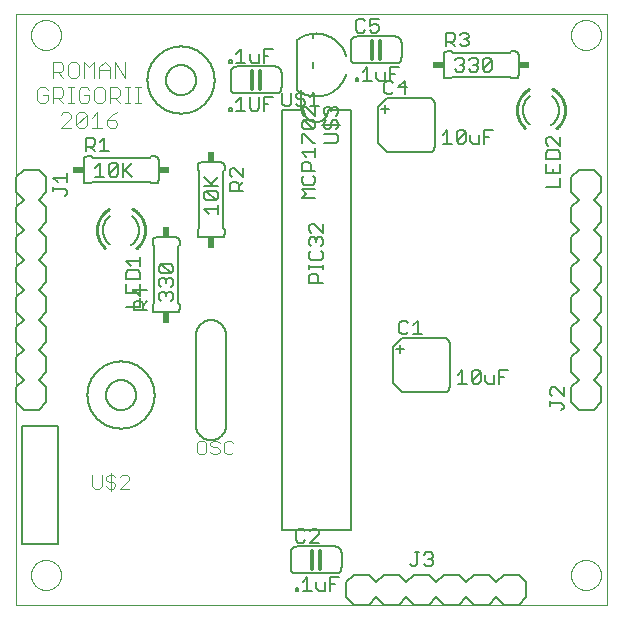
<source format=gto>
G75*
%MOIN*%
%OFA0B0*%
%FSLAX25Y25*%
%IPPOS*%
%LPD*%
%AMOC8*
5,1,8,0,0,1.08239X$1,22.5*
%
%ADD10C,0.00000*%
%ADD11C,0.00400*%
%ADD12C,0.00600*%
%ADD13C,0.00500*%
%ADD14R,0.02400X0.03400*%
%ADD15R,0.03400X0.02400*%
%ADD16C,0.01000*%
%ADD17C,0.00800*%
%ADD18C,0.01200*%
D10*
X0001787Y0001787D02*
X0001787Y0198638D01*
X0198638Y0198638D01*
X0198638Y0001787D01*
X0001787Y0001787D01*
X0006787Y0011787D02*
X0006789Y0011928D01*
X0006795Y0012069D01*
X0006805Y0012209D01*
X0006819Y0012349D01*
X0006837Y0012489D01*
X0006858Y0012628D01*
X0006884Y0012767D01*
X0006913Y0012905D01*
X0006947Y0013041D01*
X0006984Y0013177D01*
X0007025Y0013312D01*
X0007070Y0013446D01*
X0007119Y0013578D01*
X0007171Y0013709D01*
X0007227Y0013838D01*
X0007287Y0013965D01*
X0007350Y0014091D01*
X0007416Y0014215D01*
X0007487Y0014338D01*
X0007560Y0014458D01*
X0007637Y0014576D01*
X0007717Y0014692D01*
X0007801Y0014805D01*
X0007887Y0014916D01*
X0007977Y0015025D01*
X0008070Y0015131D01*
X0008165Y0015234D01*
X0008264Y0015335D01*
X0008365Y0015433D01*
X0008469Y0015528D01*
X0008576Y0015620D01*
X0008685Y0015709D01*
X0008797Y0015794D01*
X0008911Y0015877D01*
X0009027Y0015957D01*
X0009146Y0016033D01*
X0009267Y0016105D01*
X0009389Y0016175D01*
X0009514Y0016240D01*
X0009640Y0016303D01*
X0009768Y0016361D01*
X0009898Y0016416D01*
X0010029Y0016468D01*
X0010162Y0016515D01*
X0010296Y0016559D01*
X0010431Y0016600D01*
X0010567Y0016636D01*
X0010704Y0016668D01*
X0010842Y0016697D01*
X0010980Y0016722D01*
X0011120Y0016742D01*
X0011260Y0016759D01*
X0011400Y0016772D01*
X0011541Y0016781D01*
X0011681Y0016786D01*
X0011822Y0016787D01*
X0011963Y0016784D01*
X0012104Y0016777D01*
X0012244Y0016766D01*
X0012384Y0016751D01*
X0012524Y0016732D01*
X0012663Y0016710D01*
X0012801Y0016683D01*
X0012939Y0016653D01*
X0013075Y0016618D01*
X0013211Y0016580D01*
X0013345Y0016538D01*
X0013479Y0016492D01*
X0013611Y0016443D01*
X0013741Y0016389D01*
X0013870Y0016332D01*
X0013997Y0016272D01*
X0014123Y0016208D01*
X0014246Y0016140D01*
X0014368Y0016069D01*
X0014488Y0015995D01*
X0014605Y0015917D01*
X0014720Y0015836D01*
X0014833Y0015752D01*
X0014944Y0015665D01*
X0015052Y0015574D01*
X0015157Y0015481D01*
X0015260Y0015384D01*
X0015360Y0015285D01*
X0015457Y0015183D01*
X0015551Y0015078D01*
X0015642Y0014971D01*
X0015730Y0014861D01*
X0015815Y0014749D01*
X0015897Y0014634D01*
X0015976Y0014517D01*
X0016051Y0014398D01*
X0016123Y0014277D01*
X0016191Y0014154D01*
X0016256Y0014029D01*
X0016318Y0013902D01*
X0016375Y0013773D01*
X0016430Y0013643D01*
X0016480Y0013512D01*
X0016527Y0013379D01*
X0016570Y0013245D01*
X0016609Y0013109D01*
X0016644Y0012973D01*
X0016676Y0012836D01*
X0016703Y0012698D01*
X0016727Y0012559D01*
X0016747Y0012419D01*
X0016763Y0012279D01*
X0016775Y0012139D01*
X0016783Y0011998D01*
X0016787Y0011857D01*
X0016787Y0011717D01*
X0016783Y0011576D01*
X0016775Y0011435D01*
X0016763Y0011295D01*
X0016747Y0011155D01*
X0016727Y0011015D01*
X0016703Y0010876D01*
X0016676Y0010738D01*
X0016644Y0010601D01*
X0016609Y0010465D01*
X0016570Y0010329D01*
X0016527Y0010195D01*
X0016480Y0010062D01*
X0016430Y0009931D01*
X0016375Y0009801D01*
X0016318Y0009672D01*
X0016256Y0009545D01*
X0016191Y0009420D01*
X0016123Y0009297D01*
X0016051Y0009176D01*
X0015976Y0009057D01*
X0015897Y0008940D01*
X0015815Y0008825D01*
X0015730Y0008713D01*
X0015642Y0008603D01*
X0015551Y0008496D01*
X0015457Y0008391D01*
X0015360Y0008289D01*
X0015260Y0008190D01*
X0015157Y0008093D01*
X0015052Y0008000D01*
X0014944Y0007909D01*
X0014833Y0007822D01*
X0014720Y0007738D01*
X0014605Y0007657D01*
X0014488Y0007579D01*
X0014368Y0007505D01*
X0014246Y0007434D01*
X0014123Y0007366D01*
X0013997Y0007302D01*
X0013870Y0007242D01*
X0013741Y0007185D01*
X0013611Y0007131D01*
X0013479Y0007082D01*
X0013345Y0007036D01*
X0013211Y0006994D01*
X0013075Y0006956D01*
X0012939Y0006921D01*
X0012801Y0006891D01*
X0012663Y0006864D01*
X0012524Y0006842D01*
X0012384Y0006823D01*
X0012244Y0006808D01*
X0012104Y0006797D01*
X0011963Y0006790D01*
X0011822Y0006787D01*
X0011681Y0006788D01*
X0011541Y0006793D01*
X0011400Y0006802D01*
X0011260Y0006815D01*
X0011120Y0006832D01*
X0010980Y0006852D01*
X0010842Y0006877D01*
X0010704Y0006906D01*
X0010567Y0006938D01*
X0010431Y0006974D01*
X0010296Y0007015D01*
X0010162Y0007059D01*
X0010029Y0007106D01*
X0009898Y0007158D01*
X0009768Y0007213D01*
X0009640Y0007271D01*
X0009514Y0007334D01*
X0009389Y0007399D01*
X0009267Y0007469D01*
X0009146Y0007541D01*
X0009027Y0007617D01*
X0008911Y0007697D01*
X0008797Y0007780D01*
X0008685Y0007865D01*
X0008576Y0007954D01*
X0008469Y0008046D01*
X0008365Y0008141D01*
X0008264Y0008239D01*
X0008165Y0008340D01*
X0008070Y0008443D01*
X0007977Y0008549D01*
X0007887Y0008658D01*
X0007801Y0008769D01*
X0007717Y0008882D01*
X0007637Y0008998D01*
X0007560Y0009116D01*
X0007487Y0009236D01*
X0007416Y0009359D01*
X0007350Y0009483D01*
X0007287Y0009609D01*
X0007227Y0009736D01*
X0007171Y0009865D01*
X0007119Y0009996D01*
X0007070Y0010128D01*
X0007025Y0010262D01*
X0006984Y0010397D01*
X0006947Y0010533D01*
X0006913Y0010669D01*
X0006884Y0010807D01*
X0006858Y0010946D01*
X0006837Y0011085D01*
X0006819Y0011225D01*
X0006805Y0011365D01*
X0006795Y0011505D01*
X0006789Y0011646D01*
X0006787Y0011787D01*
X0006787Y0191787D02*
X0006789Y0191928D01*
X0006795Y0192069D01*
X0006805Y0192209D01*
X0006819Y0192349D01*
X0006837Y0192489D01*
X0006858Y0192628D01*
X0006884Y0192767D01*
X0006913Y0192905D01*
X0006947Y0193041D01*
X0006984Y0193177D01*
X0007025Y0193312D01*
X0007070Y0193446D01*
X0007119Y0193578D01*
X0007171Y0193709D01*
X0007227Y0193838D01*
X0007287Y0193965D01*
X0007350Y0194091D01*
X0007416Y0194215D01*
X0007487Y0194338D01*
X0007560Y0194458D01*
X0007637Y0194576D01*
X0007717Y0194692D01*
X0007801Y0194805D01*
X0007887Y0194916D01*
X0007977Y0195025D01*
X0008070Y0195131D01*
X0008165Y0195234D01*
X0008264Y0195335D01*
X0008365Y0195433D01*
X0008469Y0195528D01*
X0008576Y0195620D01*
X0008685Y0195709D01*
X0008797Y0195794D01*
X0008911Y0195877D01*
X0009027Y0195957D01*
X0009146Y0196033D01*
X0009267Y0196105D01*
X0009389Y0196175D01*
X0009514Y0196240D01*
X0009640Y0196303D01*
X0009768Y0196361D01*
X0009898Y0196416D01*
X0010029Y0196468D01*
X0010162Y0196515D01*
X0010296Y0196559D01*
X0010431Y0196600D01*
X0010567Y0196636D01*
X0010704Y0196668D01*
X0010842Y0196697D01*
X0010980Y0196722D01*
X0011120Y0196742D01*
X0011260Y0196759D01*
X0011400Y0196772D01*
X0011541Y0196781D01*
X0011681Y0196786D01*
X0011822Y0196787D01*
X0011963Y0196784D01*
X0012104Y0196777D01*
X0012244Y0196766D01*
X0012384Y0196751D01*
X0012524Y0196732D01*
X0012663Y0196710D01*
X0012801Y0196683D01*
X0012939Y0196653D01*
X0013075Y0196618D01*
X0013211Y0196580D01*
X0013345Y0196538D01*
X0013479Y0196492D01*
X0013611Y0196443D01*
X0013741Y0196389D01*
X0013870Y0196332D01*
X0013997Y0196272D01*
X0014123Y0196208D01*
X0014246Y0196140D01*
X0014368Y0196069D01*
X0014488Y0195995D01*
X0014605Y0195917D01*
X0014720Y0195836D01*
X0014833Y0195752D01*
X0014944Y0195665D01*
X0015052Y0195574D01*
X0015157Y0195481D01*
X0015260Y0195384D01*
X0015360Y0195285D01*
X0015457Y0195183D01*
X0015551Y0195078D01*
X0015642Y0194971D01*
X0015730Y0194861D01*
X0015815Y0194749D01*
X0015897Y0194634D01*
X0015976Y0194517D01*
X0016051Y0194398D01*
X0016123Y0194277D01*
X0016191Y0194154D01*
X0016256Y0194029D01*
X0016318Y0193902D01*
X0016375Y0193773D01*
X0016430Y0193643D01*
X0016480Y0193512D01*
X0016527Y0193379D01*
X0016570Y0193245D01*
X0016609Y0193109D01*
X0016644Y0192973D01*
X0016676Y0192836D01*
X0016703Y0192698D01*
X0016727Y0192559D01*
X0016747Y0192419D01*
X0016763Y0192279D01*
X0016775Y0192139D01*
X0016783Y0191998D01*
X0016787Y0191857D01*
X0016787Y0191717D01*
X0016783Y0191576D01*
X0016775Y0191435D01*
X0016763Y0191295D01*
X0016747Y0191155D01*
X0016727Y0191015D01*
X0016703Y0190876D01*
X0016676Y0190738D01*
X0016644Y0190601D01*
X0016609Y0190465D01*
X0016570Y0190329D01*
X0016527Y0190195D01*
X0016480Y0190062D01*
X0016430Y0189931D01*
X0016375Y0189801D01*
X0016318Y0189672D01*
X0016256Y0189545D01*
X0016191Y0189420D01*
X0016123Y0189297D01*
X0016051Y0189176D01*
X0015976Y0189057D01*
X0015897Y0188940D01*
X0015815Y0188825D01*
X0015730Y0188713D01*
X0015642Y0188603D01*
X0015551Y0188496D01*
X0015457Y0188391D01*
X0015360Y0188289D01*
X0015260Y0188190D01*
X0015157Y0188093D01*
X0015052Y0188000D01*
X0014944Y0187909D01*
X0014833Y0187822D01*
X0014720Y0187738D01*
X0014605Y0187657D01*
X0014488Y0187579D01*
X0014368Y0187505D01*
X0014246Y0187434D01*
X0014123Y0187366D01*
X0013997Y0187302D01*
X0013870Y0187242D01*
X0013741Y0187185D01*
X0013611Y0187131D01*
X0013479Y0187082D01*
X0013345Y0187036D01*
X0013211Y0186994D01*
X0013075Y0186956D01*
X0012939Y0186921D01*
X0012801Y0186891D01*
X0012663Y0186864D01*
X0012524Y0186842D01*
X0012384Y0186823D01*
X0012244Y0186808D01*
X0012104Y0186797D01*
X0011963Y0186790D01*
X0011822Y0186787D01*
X0011681Y0186788D01*
X0011541Y0186793D01*
X0011400Y0186802D01*
X0011260Y0186815D01*
X0011120Y0186832D01*
X0010980Y0186852D01*
X0010842Y0186877D01*
X0010704Y0186906D01*
X0010567Y0186938D01*
X0010431Y0186974D01*
X0010296Y0187015D01*
X0010162Y0187059D01*
X0010029Y0187106D01*
X0009898Y0187158D01*
X0009768Y0187213D01*
X0009640Y0187271D01*
X0009514Y0187334D01*
X0009389Y0187399D01*
X0009267Y0187469D01*
X0009146Y0187541D01*
X0009027Y0187617D01*
X0008911Y0187697D01*
X0008797Y0187780D01*
X0008685Y0187865D01*
X0008576Y0187954D01*
X0008469Y0188046D01*
X0008365Y0188141D01*
X0008264Y0188239D01*
X0008165Y0188340D01*
X0008070Y0188443D01*
X0007977Y0188549D01*
X0007887Y0188658D01*
X0007801Y0188769D01*
X0007717Y0188882D01*
X0007637Y0188998D01*
X0007560Y0189116D01*
X0007487Y0189236D01*
X0007416Y0189359D01*
X0007350Y0189483D01*
X0007287Y0189609D01*
X0007227Y0189736D01*
X0007171Y0189865D01*
X0007119Y0189996D01*
X0007070Y0190128D01*
X0007025Y0190262D01*
X0006984Y0190397D01*
X0006947Y0190533D01*
X0006913Y0190669D01*
X0006884Y0190807D01*
X0006858Y0190946D01*
X0006837Y0191085D01*
X0006819Y0191225D01*
X0006805Y0191365D01*
X0006795Y0191505D01*
X0006789Y0191646D01*
X0006787Y0191787D01*
X0186787Y0191787D02*
X0186789Y0191928D01*
X0186795Y0192069D01*
X0186805Y0192209D01*
X0186819Y0192349D01*
X0186837Y0192489D01*
X0186858Y0192628D01*
X0186884Y0192767D01*
X0186913Y0192905D01*
X0186947Y0193041D01*
X0186984Y0193177D01*
X0187025Y0193312D01*
X0187070Y0193446D01*
X0187119Y0193578D01*
X0187171Y0193709D01*
X0187227Y0193838D01*
X0187287Y0193965D01*
X0187350Y0194091D01*
X0187416Y0194215D01*
X0187487Y0194338D01*
X0187560Y0194458D01*
X0187637Y0194576D01*
X0187717Y0194692D01*
X0187801Y0194805D01*
X0187887Y0194916D01*
X0187977Y0195025D01*
X0188070Y0195131D01*
X0188165Y0195234D01*
X0188264Y0195335D01*
X0188365Y0195433D01*
X0188469Y0195528D01*
X0188576Y0195620D01*
X0188685Y0195709D01*
X0188797Y0195794D01*
X0188911Y0195877D01*
X0189027Y0195957D01*
X0189146Y0196033D01*
X0189267Y0196105D01*
X0189389Y0196175D01*
X0189514Y0196240D01*
X0189640Y0196303D01*
X0189768Y0196361D01*
X0189898Y0196416D01*
X0190029Y0196468D01*
X0190162Y0196515D01*
X0190296Y0196559D01*
X0190431Y0196600D01*
X0190567Y0196636D01*
X0190704Y0196668D01*
X0190842Y0196697D01*
X0190980Y0196722D01*
X0191120Y0196742D01*
X0191260Y0196759D01*
X0191400Y0196772D01*
X0191541Y0196781D01*
X0191681Y0196786D01*
X0191822Y0196787D01*
X0191963Y0196784D01*
X0192104Y0196777D01*
X0192244Y0196766D01*
X0192384Y0196751D01*
X0192524Y0196732D01*
X0192663Y0196710D01*
X0192801Y0196683D01*
X0192939Y0196653D01*
X0193075Y0196618D01*
X0193211Y0196580D01*
X0193345Y0196538D01*
X0193479Y0196492D01*
X0193611Y0196443D01*
X0193741Y0196389D01*
X0193870Y0196332D01*
X0193997Y0196272D01*
X0194123Y0196208D01*
X0194246Y0196140D01*
X0194368Y0196069D01*
X0194488Y0195995D01*
X0194605Y0195917D01*
X0194720Y0195836D01*
X0194833Y0195752D01*
X0194944Y0195665D01*
X0195052Y0195574D01*
X0195157Y0195481D01*
X0195260Y0195384D01*
X0195360Y0195285D01*
X0195457Y0195183D01*
X0195551Y0195078D01*
X0195642Y0194971D01*
X0195730Y0194861D01*
X0195815Y0194749D01*
X0195897Y0194634D01*
X0195976Y0194517D01*
X0196051Y0194398D01*
X0196123Y0194277D01*
X0196191Y0194154D01*
X0196256Y0194029D01*
X0196318Y0193902D01*
X0196375Y0193773D01*
X0196430Y0193643D01*
X0196480Y0193512D01*
X0196527Y0193379D01*
X0196570Y0193245D01*
X0196609Y0193109D01*
X0196644Y0192973D01*
X0196676Y0192836D01*
X0196703Y0192698D01*
X0196727Y0192559D01*
X0196747Y0192419D01*
X0196763Y0192279D01*
X0196775Y0192139D01*
X0196783Y0191998D01*
X0196787Y0191857D01*
X0196787Y0191717D01*
X0196783Y0191576D01*
X0196775Y0191435D01*
X0196763Y0191295D01*
X0196747Y0191155D01*
X0196727Y0191015D01*
X0196703Y0190876D01*
X0196676Y0190738D01*
X0196644Y0190601D01*
X0196609Y0190465D01*
X0196570Y0190329D01*
X0196527Y0190195D01*
X0196480Y0190062D01*
X0196430Y0189931D01*
X0196375Y0189801D01*
X0196318Y0189672D01*
X0196256Y0189545D01*
X0196191Y0189420D01*
X0196123Y0189297D01*
X0196051Y0189176D01*
X0195976Y0189057D01*
X0195897Y0188940D01*
X0195815Y0188825D01*
X0195730Y0188713D01*
X0195642Y0188603D01*
X0195551Y0188496D01*
X0195457Y0188391D01*
X0195360Y0188289D01*
X0195260Y0188190D01*
X0195157Y0188093D01*
X0195052Y0188000D01*
X0194944Y0187909D01*
X0194833Y0187822D01*
X0194720Y0187738D01*
X0194605Y0187657D01*
X0194488Y0187579D01*
X0194368Y0187505D01*
X0194246Y0187434D01*
X0194123Y0187366D01*
X0193997Y0187302D01*
X0193870Y0187242D01*
X0193741Y0187185D01*
X0193611Y0187131D01*
X0193479Y0187082D01*
X0193345Y0187036D01*
X0193211Y0186994D01*
X0193075Y0186956D01*
X0192939Y0186921D01*
X0192801Y0186891D01*
X0192663Y0186864D01*
X0192524Y0186842D01*
X0192384Y0186823D01*
X0192244Y0186808D01*
X0192104Y0186797D01*
X0191963Y0186790D01*
X0191822Y0186787D01*
X0191681Y0186788D01*
X0191541Y0186793D01*
X0191400Y0186802D01*
X0191260Y0186815D01*
X0191120Y0186832D01*
X0190980Y0186852D01*
X0190842Y0186877D01*
X0190704Y0186906D01*
X0190567Y0186938D01*
X0190431Y0186974D01*
X0190296Y0187015D01*
X0190162Y0187059D01*
X0190029Y0187106D01*
X0189898Y0187158D01*
X0189768Y0187213D01*
X0189640Y0187271D01*
X0189514Y0187334D01*
X0189389Y0187399D01*
X0189267Y0187469D01*
X0189146Y0187541D01*
X0189027Y0187617D01*
X0188911Y0187697D01*
X0188797Y0187780D01*
X0188685Y0187865D01*
X0188576Y0187954D01*
X0188469Y0188046D01*
X0188365Y0188141D01*
X0188264Y0188239D01*
X0188165Y0188340D01*
X0188070Y0188443D01*
X0187977Y0188549D01*
X0187887Y0188658D01*
X0187801Y0188769D01*
X0187717Y0188882D01*
X0187637Y0188998D01*
X0187560Y0189116D01*
X0187487Y0189236D01*
X0187416Y0189359D01*
X0187350Y0189483D01*
X0187287Y0189609D01*
X0187227Y0189736D01*
X0187171Y0189865D01*
X0187119Y0189996D01*
X0187070Y0190128D01*
X0187025Y0190262D01*
X0186984Y0190397D01*
X0186947Y0190533D01*
X0186913Y0190669D01*
X0186884Y0190807D01*
X0186858Y0190946D01*
X0186837Y0191085D01*
X0186819Y0191225D01*
X0186805Y0191365D01*
X0186795Y0191505D01*
X0186789Y0191646D01*
X0186787Y0191787D01*
X0186787Y0011787D02*
X0186789Y0011928D01*
X0186795Y0012069D01*
X0186805Y0012209D01*
X0186819Y0012349D01*
X0186837Y0012489D01*
X0186858Y0012628D01*
X0186884Y0012767D01*
X0186913Y0012905D01*
X0186947Y0013041D01*
X0186984Y0013177D01*
X0187025Y0013312D01*
X0187070Y0013446D01*
X0187119Y0013578D01*
X0187171Y0013709D01*
X0187227Y0013838D01*
X0187287Y0013965D01*
X0187350Y0014091D01*
X0187416Y0014215D01*
X0187487Y0014338D01*
X0187560Y0014458D01*
X0187637Y0014576D01*
X0187717Y0014692D01*
X0187801Y0014805D01*
X0187887Y0014916D01*
X0187977Y0015025D01*
X0188070Y0015131D01*
X0188165Y0015234D01*
X0188264Y0015335D01*
X0188365Y0015433D01*
X0188469Y0015528D01*
X0188576Y0015620D01*
X0188685Y0015709D01*
X0188797Y0015794D01*
X0188911Y0015877D01*
X0189027Y0015957D01*
X0189146Y0016033D01*
X0189267Y0016105D01*
X0189389Y0016175D01*
X0189514Y0016240D01*
X0189640Y0016303D01*
X0189768Y0016361D01*
X0189898Y0016416D01*
X0190029Y0016468D01*
X0190162Y0016515D01*
X0190296Y0016559D01*
X0190431Y0016600D01*
X0190567Y0016636D01*
X0190704Y0016668D01*
X0190842Y0016697D01*
X0190980Y0016722D01*
X0191120Y0016742D01*
X0191260Y0016759D01*
X0191400Y0016772D01*
X0191541Y0016781D01*
X0191681Y0016786D01*
X0191822Y0016787D01*
X0191963Y0016784D01*
X0192104Y0016777D01*
X0192244Y0016766D01*
X0192384Y0016751D01*
X0192524Y0016732D01*
X0192663Y0016710D01*
X0192801Y0016683D01*
X0192939Y0016653D01*
X0193075Y0016618D01*
X0193211Y0016580D01*
X0193345Y0016538D01*
X0193479Y0016492D01*
X0193611Y0016443D01*
X0193741Y0016389D01*
X0193870Y0016332D01*
X0193997Y0016272D01*
X0194123Y0016208D01*
X0194246Y0016140D01*
X0194368Y0016069D01*
X0194488Y0015995D01*
X0194605Y0015917D01*
X0194720Y0015836D01*
X0194833Y0015752D01*
X0194944Y0015665D01*
X0195052Y0015574D01*
X0195157Y0015481D01*
X0195260Y0015384D01*
X0195360Y0015285D01*
X0195457Y0015183D01*
X0195551Y0015078D01*
X0195642Y0014971D01*
X0195730Y0014861D01*
X0195815Y0014749D01*
X0195897Y0014634D01*
X0195976Y0014517D01*
X0196051Y0014398D01*
X0196123Y0014277D01*
X0196191Y0014154D01*
X0196256Y0014029D01*
X0196318Y0013902D01*
X0196375Y0013773D01*
X0196430Y0013643D01*
X0196480Y0013512D01*
X0196527Y0013379D01*
X0196570Y0013245D01*
X0196609Y0013109D01*
X0196644Y0012973D01*
X0196676Y0012836D01*
X0196703Y0012698D01*
X0196727Y0012559D01*
X0196747Y0012419D01*
X0196763Y0012279D01*
X0196775Y0012139D01*
X0196783Y0011998D01*
X0196787Y0011857D01*
X0196787Y0011717D01*
X0196783Y0011576D01*
X0196775Y0011435D01*
X0196763Y0011295D01*
X0196747Y0011155D01*
X0196727Y0011015D01*
X0196703Y0010876D01*
X0196676Y0010738D01*
X0196644Y0010601D01*
X0196609Y0010465D01*
X0196570Y0010329D01*
X0196527Y0010195D01*
X0196480Y0010062D01*
X0196430Y0009931D01*
X0196375Y0009801D01*
X0196318Y0009672D01*
X0196256Y0009545D01*
X0196191Y0009420D01*
X0196123Y0009297D01*
X0196051Y0009176D01*
X0195976Y0009057D01*
X0195897Y0008940D01*
X0195815Y0008825D01*
X0195730Y0008713D01*
X0195642Y0008603D01*
X0195551Y0008496D01*
X0195457Y0008391D01*
X0195360Y0008289D01*
X0195260Y0008190D01*
X0195157Y0008093D01*
X0195052Y0008000D01*
X0194944Y0007909D01*
X0194833Y0007822D01*
X0194720Y0007738D01*
X0194605Y0007657D01*
X0194488Y0007579D01*
X0194368Y0007505D01*
X0194246Y0007434D01*
X0194123Y0007366D01*
X0193997Y0007302D01*
X0193870Y0007242D01*
X0193741Y0007185D01*
X0193611Y0007131D01*
X0193479Y0007082D01*
X0193345Y0007036D01*
X0193211Y0006994D01*
X0193075Y0006956D01*
X0192939Y0006921D01*
X0192801Y0006891D01*
X0192663Y0006864D01*
X0192524Y0006842D01*
X0192384Y0006823D01*
X0192244Y0006808D01*
X0192104Y0006797D01*
X0191963Y0006790D01*
X0191822Y0006787D01*
X0191681Y0006788D01*
X0191541Y0006793D01*
X0191400Y0006802D01*
X0191260Y0006815D01*
X0191120Y0006832D01*
X0190980Y0006852D01*
X0190842Y0006877D01*
X0190704Y0006906D01*
X0190567Y0006938D01*
X0190431Y0006974D01*
X0190296Y0007015D01*
X0190162Y0007059D01*
X0190029Y0007106D01*
X0189898Y0007158D01*
X0189768Y0007213D01*
X0189640Y0007271D01*
X0189514Y0007334D01*
X0189389Y0007399D01*
X0189267Y0007469D01*
X0189146Y0007541D01*
X0189027Y0007617D01*
X0188911Y0007697D01*
X0188797Y0007780D01*
X0188685Y0007865D01*
X0188576Y0007954D01*
X0188469Y0008046D01*
X0188365Y0008141D01*
X0188264Y0008239D01*
X0188165Y0008340D01*
X0188070Y0008443D01*
X0187977Y0008549D01*
X0187887Y0008658D01*
X0187801Y0008769D01*
X0187717Y0008882D01*
X0187637Y0008998D01*
X0187560Y0009116D01*
X0187487Y0009236D01*
X0187416Y0009359D01*
X0187350Y0009483D01*
X0187287Y0009609D01*
X0187227Y0009736D01*
X0187171Y0009865D01*
X0187119Y0009996D01*
X0187070Y0010128D01*
X0187025Y0010262D01*
X0186984Y0010397D01*
X0186947Y0010533D01*
X0186913Y0010669D01*
X0186884Y0010807D01*
X0186858Y0010946D01*
X0186837Y0011085D01*
X0186819Y0011225D01*
X0186805Y0011365D01*
X0186795Y0011505D01*
X0186789Y0011646D01*
X0186787Y0011787D01*
D11*
X0074265Y0052755D02*
X0073497Y0051987D01*
X0071963Y0051987D01*
X0071195Y0052755D01*
X0071195Y0055824D01*
X0071963Y0056591D01*
X0073497Y0056591D01*
X0074265Y0055824D01*
X0069661Y0055824D02*
X0068893Y0056591D01*
X0067359Y0056591D01*
X0066591Y0055824D01*
X0066591Y0055057D01*
X0067359Y0054289D01*
X0068893Y0054289D01*
X0069661Y0053522D01*
X0069661Y0052755D01*
X0068893Y0051987D01*
X0067359Y0051987D01*
X0066591Y0052755D01*
X0065057Y0052755D02*
X0064289Y0051987D01*
X0062755Y0051987D01*
X0061987Y0052755D01*
X0061987Y0055824D01*
X0062755Y0056591D01*
X0064289Y0056591D01*
X0065057Y0055824D01*
X0065057Y0052755D01*
X0039547Y0044367D02*
X0039547Y0043600D01*
X0036478Y0040531D01*
X0039547Y0040531D01*
X0039547Y0044367D02*
X0038780Y0045135D01*
X0037245Y0045135D01*
X0036478Y0044367D01*
X0034943Y0044367D02*
X0034176Y0045135D01*
X0032641Y0045135D01*
X0031874Y0044367D01*
X0031874Y0043600D01*
X0032641Y0042833D01*
X0034176Y0042833D01*
X0034943Y0042065D01*
X0034943Y0041298D01*
X0034176Y0040531D01*
X0032641Y0040531D01*
X0031874Y0041298D01*
X0030339Y0041298D02*
X0030339Y0045135D01*
X0033409Y0045902D02*
X0033409Y0039763D01*
X0030339Y0041298D02*
X0029572Y0040531D01*
X0028037Y0040531D01*
X0027270Y0041298D01*
X0027270Y0045135D01*
X0026987Y0160787D02*
X0030457Y0160787D01*
X0028722Y0160787D02*
X0028722Y0165992D01*
X0026987Y0164257D01*
X0025301Y0165124D02*
X0025301Y0161655D01*
X0024433Y0160787D01*
X0022698Y0160787D01*
X0021831Y0161655D01*
X0025301Y0165124D01*
X0024433Y0165992D01*
X0022698Y0165992D01*
X0021831Y0165124D01*
X0021831Y0161655D01*
X0020144Y0160787D02*
X0016675Y0160787D01*
X0020144Y0164257D01*
X0020144Y0165124D01*
X0019277Y0165992D01*
X0017542Y0165992D01*
X0016675Y0165124D01*
X0017566Y0169187D02*
X0015831Y0170922D01*
X0016699Y0170922D02*
X0014096Y0170922D01*
X0014096Y0169187D02*
X0014096Y0174392D01*
X0016699Y0174392D01*
X0017566Y0173524D01*
X0017566Y0171790D01*
X0016699Y0170922D01*
X0019253Y0169187D02*
X0020988Y0169187D01*
X0020120Y0169187D02*
X0020120Y0174392D01*
X0019253Y0174392D02*
X0020988Y0174392D01*
X0022690Y0173524D02*
X0022690Y0170055D01*
X0023558Y0169187D01*
X0025293Y0169187D01*
X0026160Y0170055D01*
X0026160Y0171790D01*
X0024425Y0171790D01*
X0022690Y0173524D02*
X0023558Y0174392D01*
X0025293Y0174392D01*
X0026160Y0173524D01*
X0027847Y0173524D02*
X0027847Y0170055D01*
X0028714Y0169187D01*
X0030449Y0169187D01*
X0031316Y0170055D01*
X0031316Y0173524D01*
X0030449Y0174392D01*
X0028714Y0174392D01*
X0027847Y0173524D01*
X0027879Y0177587D02*
X0027879Y0182792D01*
X0026144Y0181057D01*
X0024409Y0182792D01*
X0024409Y0177587D01*
X0022722Y0178455D02*
X0022722Y0181924D01*
X0021855Y0182792D01*
X0020120Y0182792D01*
X0019253Y0181924D01*
X0019253Y0178455D01*
X0020120Y0177587D01*
X0021855Y0177587D01*
X0022722Y0178455D01*
X0017566Y0177587D02*
X0015831Y0179322D01*
X0016699Y0179322D02*
X0014096Y0179322D01*
X0014096Y0177587D02*
X0014096Y0182792D01*
X0016699Y0182792D01*
X0017566Y0181924D01*
X0017566Y0180190D01*
X0016699Y0179322D01*
X0011542Y0174392D02*
X0012410Y0173524D01*
X0011542Y0174392D02*
X0009807Y0174392D01*
X0008940Y0173524D01*
X0008940Y0170055D01*
X0009807Y0169187D01*
X0011542Y0169187D01*
X0012410Y0170055D01*
X0012410Y0171790D01*
X0010675Y0171790D01*
X0029566Y0177587D02*
X0029566Y0181057D01*
X0031300Y0182792D01*
X0033035Y0181057D01*
X0033035Y0177587D01*
X0034722Y0177587D02*
X0034722Y0182792D01*
X0038192Y0177587D01*
X0038192Y0182792D01*
X0033035Y0180190D02*
X0029566Y0180190D01*
X0033003Y0174392D02*
X0035605Y0174392D01*
X0036473Y0173524D01*
X0036473Y0171790D01*
X0035605Y0170922D01*
X0033003Y0170922D01*
X0033003Y0169187D02*
X0033003Y0174392D01*
X0034738Y0170922D02*
X0036473Y0169187D01*
X0038160Y0169187D02*
X0039894Y0169187D01*
X0039027Y0169187D02*
X0039027Y0174392D01*
X0038160Y0174392D02*
X0039894Y0174392D01*
X0041597Y0174392D02*
X0043332Y0174392D01*
X0042465Y0174392D02*
X0042465Y0169187D01*
X0043332Y0169187D02*
X0041597Y0169187D01*
X0035613Y0165992D02*
X0033879Y0165124D01*
X0032144Y0163390D01*
X0034746Y0163390D01*
X0035613Y0162522D01*
X0035613Y0161655D01*
X0034746Y0160787D01*
X0033011Y0160787D01*
X0032144Y0161655D01*
X0032144Y0163390D01*
D12*
X0026787Y0151287D02*
X0025287Y0151287D01*
X0025227Y0151285D01*
X0025166Y0151280D01*
X0025107Y0151271D01*
X0025048Y0151258D01*
X0024989Y0151242D01*
X0024932Y0151222D01*
X0024877Y0151199D01*
X0024822Y0151172D01*
X0024770Y0151143D01*
X0024719Y0151110D01*
X0024670Y0151074D01*
X0024624Y0151036D01*
X0024580Y0150994D01*
X0024538Y0150950D01*
X0024500Y0150904D01*
X0024464Y0150855D01*
X0024431Y0150804D01*
X0024402Y0150752D01*
X0024375Y0150697D01*
X0024352Y0150642D01*
X0024332Y0150585D01*
X0024316Y0150526D01*
X0024303Y0150467D01*
X0024294Y0150408D01*
X0024289Y0150347D01*
X0024287Y0150287D01*
X0024287Y0143287D01*
X0024289Y0143227D01*
X0024294Y0143166D01*
X0024303Y0143107D01*
X0024316Y0143048D01*
X0024332Y0142989D01*
X0024352Y0142932D01*
X0024375Y0142877D01*
X0024402Y0142822D01*
X0024431Y0142770D01*
X0024464Y0142719D01*
X0024500Y0142670D01*
X0024538Y0142624D01*
X0024580Y0142580D01*
X0024624Y0142538D01*
X0024670Y0142500D01*
X0024719Y0142464D01*
X0024770Y0142431D01*
X0024822Y0142402D01*
X0024877Y0142375D01*
X0024932Y0142352D01*
X0024989Y0142332D01*
X0025048Y0142316D01*
X0025107Y0142303D01*
X0025166Y0142294D01*
X0025227Y0142289D01*
X0025287Y0142287D01*
X0026787Y0142287D01*
X0027287Y0142787D01*
X0046287Y0142787D01*
X0046787Y0142287D01*
X0048287Y0142287D01*
X0048347Y0142289D01*
X0048408Y0142294D01*
X0048467Y0142303D01*
X0048526Y0142316D01*
X0048585Y0142332D01*
X0048642Y0142352D01*
X0048697Y0142375D01*
X0048752Y0142402D01*
X0048804Y0142431D01*
X0048855Y0142464D01*
X0048904Y0142500D01*
X0048950Y0142538D01*
X0048994Y0142580D01*
X0049036Y0142624D01*
X0049074Y0142670D01*
X0049110Y0142719D01*
X0049143Y0142770D01*
X0049172Y0142822D01*
X0049199Y0142877D01*
X0049222Y0142932D01*
X0049242Y0142989D01*
X0049258Y0143048D01*
X0049271Y0143107D01*
X0049280Y0143166D01*
X0049285Y0143227D01*
X0049287Y0143287D01*
X0049287Y0150287D01*
X0049285Y0150347D01*
X0049280Y0150408D01*
X0049271Y0150467D01*
X0049258Y0150526D01*
X0049242Y0150585D01*
X0049222Y0150642D01*
X0049199Y0150697D01*
X0049172Y0150752D01*
X0049143Y0150804D01*
X0049110Y0150855D01*
X0049074Y0150904D01*
X0049036Y0150950D01*
X0048994Y0150994D01*
X0048950Y0151036D01*
X0048904Y0151074D01*
X0048855Y0151110D01*
X0048804Y0151143D01*
X0048752Y0151172D01*
X0048697Y0151199D01*
X0048642Y0151222D01*
X0048585Y0151242D01*
X0048526Y0151258D01*
X0048467Y0151271D01*
X0048408Y0151280D01*
X0048347Y0151285D01*
X0048287Y0151287D01*
X0046787Y0151287D01*
X0046287Y0150787D01*
X0027287Y0150787D01*
X0026787Y0151287D01*
X0042787Y0126788D02*
X0042785Y0126634D01*
X0042779Y0126480D01*
X0042769Y0126326D01*
X0042755Y0126172D01*
X0042738Y0126019D01*
X0042716Y0125867D01*
X0042690Y0125715D01*
X0042661Y0125563D01*
X0042627Y0125413D01*
X0042590Y0125263D01*
X0042549Y0125115D01*
X0042504Y0124967D01*
X0042455Y0124821D01*
X0042403Y0124676D01*
X0042347Y0124533D01*
X0042287Y0124390D01*
X0042224Y0124250D01*
X0042157Y0124111D01*
X0042086Y0123974D01*
X0042012Y0123839D01*
X0041935Y0123706D01*
X0041854Y0123574D01*
X0041770Y0123445D01*
X0041682Y0123318D01*
X0041591Y0123194D01*
X0041498Y0123072D01*
X0041400Y0122952D01*
X0041300Y0122835D01*
X0041197Y0122720D01*
X0041091Y0122608D01*
X0040983Y0122499D01*
X0040871Y0122393D01*
X0040757Y0122289D01*
X0040640Y0122189D01*
X0040521Y0122091D01*
X0040399Y0121997D01*
X0040274Y0121906D01*
X0030787Y0126787D02*
X0030789Y0126939D01*
X0030795Y0127090D01*
X0030804Y0127241D01*
X0030818Y0127393D01*
X0030835Y0127543D01*
X0030856Y0127693D01*
X0030881Y0127843D01*
X0030909Y0127992D01*
X0030942Y0128140D01*
X0030978Y0128287D01*
X0031017Y0128434D01*
X0031061Y0128579D01*
X0031108Y0128723D01*
X0031159Y0128866D01*
X0031213Y0129007D01*
X0031271Y0129148D01*
X0031332Y0129286D01*
X0031397Y0129423D01*
X0031466Y0129559D01*
X0031537Y0129692D01*
X0031612Y0129824D01*
X0031691Y0129954D01*
X0031772Y0130081D01*
X0031857Y0130207D01*
X0031945Y0130331D01*
X0032036Y0130452D01*
X0032130Y0130571D01*
X0032228Y0130687D01*
X0032328Y0130801D01*
X0032430Y0130913D01*
X0032536Y0131021D01*
X0032644Y0131127D01*
X0032755Y0131231D01*
X0032869Y0131331D01*
X0032985Y0131429D01*
X0033104Y0131523D01*
X0030787Y0126787D02*
X0030789Y0126635D01*
X0030795Y0126484D01*
X0030804Y0126333D01*
X0030818Y0126181D01*
X0030835Y0126031D01*
X0030856Y0125881D01*
X0030881Y0125731D01*
X0030909Y0125582D01*
X0030942Y0125434D01*
X0030978Y0125287D01*
X0031017Y0125140D01*
X0031061Y0124995D01*
X0031108Y0124851D01*
X0031159Y0124708D01*
X0031213Y0124567D01*
X0031271Y0124426D01*
X0031332Y0124288D01*
X0031397Y0124151D01*
X0031466Y0124015D01*
X0031537Y0123882D01*
X0031612Y0123750D01*
X0031691Y0123620D01*
X0031772Y0123493D01*
X0031857Y0123367D01*
X0031945Y0123243D01*
X0032036Y0123122D01*
X0032130Y0123003D01*
X0032228Y0122887D01*
X0032328Y0122773D01*
X0032430Y0122661D01*
X0032536Y0122553D01*
X0032644Y0122447D01*
X0032755Y0122343D01*
X0032869Y0122243D01*
X0032985Y0122145D01*
X0033104Y0122051D01*
X0042787Y0126787D02*
X0042785Y0126937D01*
X0042779Y0127088D01*
X0042770Y0127238D01*
X0042757Y0127387D01*
X0042740Y0127537D01*
X0042719Y0127686D01*
X0042695Y0127834D01*
X0042667Y0127982D01*
X0042635Y0128129D01*
X0042600Y0128275D01*
X0042560Y0128420D01*
X0042518Y0128564D01*
X0042471Y0128707D01*
X0042421Y0128849D01*
X0042368Y0128990D01*
X0042311Y0129129D01*
X0042251Y0129267D01*
X0042187Y0129403D01*
X0042120Y0129537D01*
X0042049Y0129670D01*
X0041975Y0129801D01*
X0041898Y0129930D01*
X0041817Y0130057D01*
X0041734Y0130182D01*
X0041647Y0130305D01*
X0041558Y0130426D01*
X0041465Y0130544D01*
X0041369Y0130660D01*
X0041271Y0130774D01*
X0041170Y0130885D01*
X0041065Y0130994D01*
X0040959Y0131099D01*
X0040849Y0131203D01*
X0040737Y0131303D01*
X0040623Y0131401D01*
X0040506Y0131495D01*
X0040387Y0131587D01*
X0048287Y0124287D02*
X0055287Y0124287D01*
X0055347Y0124285D01*
X0055408Y0124280D01*
X0055467Y0124271D01*
X0055526Y0124258D01*
X0055585Y0124242D01*
X0055642Y0124222D01*
X0055697Y0124199D01*
X0055752Y0124172D01*
X0055804Y0124143D01*
X0055855Y0124110D01*
X0055904Y0124074D01*
X0055950Y0124036D01*
X0055994Y0123994D01*
X0056036Y0123950D01*
X0056074Y0123904D01*
X0056110Y0123855D01*
X0056143Y0123804D01*
X0056172Y0123752D01*
X0056199Y0123697D01*
X0056222Y0123642D01*
X0056242Y0123585D01*
X0056258Y0123526D01*
X0056271Y0123467D01*
X0056280Y0123408D01*
X0056285Y0123347D01*
X0056287Y0123287D01*
X0056287Y0121787D01*
X0055787Y0121287D01*
X0055787Y0102287D01*
X0056287Y0101787D01*
X0056287Y0100287D01*
X0056285Y0100227D01*
X0056280Y0100166D01*
X0056271Y0100107D01*
X0056258Y0100048D01*
X0056242Y0099989D01*
X0056222Y0099932D01*
X0056199Y0099877D01*
X0056172Y0099822D01*
X0056143Y0099770D01*
X0056110Y0099719D01*
X0056074Y0099670D01*
X0056036Y0099624D01*
X0055994Y0099580D01*
X0055950Y0099538D01*
X0055904Y0099500D01*
X0055855Y0099464D01*
X0055804Y0099431D01*
X0055752Y0099402D01*
X0055697Y0099375D01*
X0055642Y0099352D01*
X0055585Y0099332D01*
X0055526Y0099316D01*
X0055467Y0099303D01*
X0055408Y0099294D01*
X0055347Y0099289D01*
X0055287Y0099287D01*
X0048287Y0099287D01*
X0048227Y0099289D01*
X0048166Y0099294D01*
X0048107Y0099303D01*
X0048048Y0099316D01*
X0047989Y0099332D01*
X0047932Y0099352D01*
X0047877Y0099375D01*
X0047822Y0099402D01*
X0047770Y0099431D01*
X0047719Y0099464D01*
X0047670Y0099500D01*
X0047624Y0099538D01*
X0047580Y0099580D01*
X0047538Y0099624D01*
X0047500Y0099670D01*
X0047464Y0099719D01*
X0047431Y0099770D01*
X0047402Y0099822D01*
X0047375Y0099877D01*
X0047352Y0099932D01*
X0047332Y0099989D01*
X0047316Y0100048D01*
X0047303Y0100107D01*
X0047294Y0100166D01*
X0047289Y0100227D01*
X0047287Y0100287D01*
X0047287Y0101787D01*
X0047787Y0102287D01*
X0047787Y0121287D01*
X0047287Y0121787D01*
X0047287Y0123287D01*
X0047289Y0123347D01*
X0047294Y0123408D01*
X0047303Y0123467D01*
X0047316Y0123526D01*
X0047332Y0123585D01*
X0047352Y0123642D01*
X0047375Y0123697D01*
X0047402Y0123752D01*
X0047431Y0123804D01*
X0047464Y0123855D01*
X0047500Y0123904D01*
X0047538Y0123950D01*
X0047580Y0123994D01*
X0047624Y0124036D01*
X0047670Y0124074D01*
X0047719Y0124110D01*
X0047770Y0124143D01*
X0047822Y0124172D01*
X0047877Y0124199D01*
X0047932Y0124222D01*
X0047989Y0124242D01*
X0048048Y0124258D01*
X0048107Y0124271D01*
X0048166Y0124280D01*
X0048227Y0124285D01*
X0048287Y0124287D01*
X0062287Y0125287D02*
X0062287Y0126787D01*
X0062787Y0127287D01*
X0062787Y0146287D01*
X0062287Y0146787D01*
X0062287Y0148287D01*
X0062289Y0148347D01*
X0062294Y0148408D01*
X0062303Y0148467D01*
X0062316Y0148526D01*
X0062332Y0148585D01*
X0062352Y0148642D01*
X0062375Y0148697D01*
X0062402Y0148752D01*
X0062431Y0148804D01*
X0062464Y0148855D01*
X0062500Y0148904D01*
X0062538Y0148950D01*
X0062580Y0148994D01*
X0062624Y0149036D01*
X0062670Y0149074D01*
X0062719Y0149110D01*
X0062770Y0149143D01*
X0062822Y0149172D01*
X0062877Y0149199D01*
X0062932Y0149222D01*
X0062989Y0149242D01*
X0063048Y0149258D01*
X0063107Y0149271D01*
X0063166Y0149280D01*
X0063227Y0149285D01*
X0063287Y0149287D01*
X0070287Y0149287D01*
X0070347Y0149285D01*
X0070408Y0149280D01*
X0070467Y0149271D01*
X0070526Y0149258D01*
X0070585Y0149242D01*
X0070642Y0149222D01*
X0070697Y0149199D01*
X0070752Y0149172D01*
X0070804Y0149143D01*
X0070855Y0149110D01*
X0070904Y0149074D01*
X0070950Y0149036D01*
X0070994Y0148994D01*
X0071036Y0148950D01*
X0071074Y0148904D01*
X0071110Y0148855D01*
X0071143Y0148804D01*
X0071172Y0148752D01*
X0071199Y0148697D01*
X0071222Y0148642D01*
X0071242Y0148585D01*
X0071258Y0148526D01*
X0071271Y0148467D01*
X0071280Y0148408D01*
X0071285Y0148347D01*
X0071287Y0148287D01*
X0071287Y0146787D01*
X0070787Y0146287D01*
X0070787Y0127287D01*
X0071287Y0126787D01*
X0071287Y0125287D01*
X0071285Y0125227D01*
X0071280Y0125166D01*
X0071271Y0125107D01*
X0071258Y0125048D01*
X0071242Y0124989D01*
X0071222Y0124932D01*
X0071199Y0124877D01*
X0071172Y0124822D01*
X0071143Y0124770D01*
X0071110Y0124719D01*
X0071074Y0124670D01*
X0071036Y0124624D01*
X0070994Y0124580D01*
X0070950Y0124538D01*
X0070904Y0124500D01*
X0070855Y0124464D01*
X0070804Y0124431D01*
X0070752Y0124402D01*
X0070697Y0124375D01*
X0070642Y0124352D01*
X0070585Y0124332D01*
X0070526Y0124316D01*
X0070467Y0124303D01*
X0070408Y0124294D01*
X0070347Y0124289D01*
X0070287Y0124287D01*
X0063287Y0124287D01*
X0063227Y0124289D01*
X0063166Y0124294D01*
X0063107Y0124303D01*
X0063048Y0124316D01*
X0062989Y0124332D01*
X0062932Y0124352D01*
X0062877Y0124375D01*
X0062822Y0124402D01*
X0062770Y0124431D01*
X0062719Y0124464D01*
X0062670Y0124500D01*
X0062624Y0124538D01*
X0062580Y0124580D01*
X0062538Y0124624D01*
X0062500Y0124670D01*
X0062464Y0124719D01*
X0062431Y0124770D01*
X0062402Y0124822D01*
X0062375Y0124877D01*
X0062352Y0124932D01*
X0062332Y0124989D01*
X0062316Y0125048D01*
X0062303Y0125107D01*
X0062294Y0125166D01*
X0062289Y0125227D01*
X0062287Y0125287D01*
X0090287Y0166787D02*
X0097787Y0166787D01*
X0097789Y0166661D01*
X0097795Y0166536D01*
X0097805Y0166411D01*
X0097819Y0166286D01*
X0097836Y0166161D01*
X0097858Y0166037D01*
X0097883Y0165914D01*
X0097913Y0165792D01*
X0097946Y0165671D01*
X0097983Y0165551D01*
X0098023Y0165432D01*
X0098068Y0165315D01*
X0098116Y0165198D01*
X0098168Y0165084D01*
X0098223Y0164971D01*
X0098282Y0164860D01*
X0098344Y0164751D01*
X0098410Y0164644D01*
X0098479Y0164539D01*
X0098551Y0164436D01*
X0098626Y0164335D01*
X0098705Y0164237D01*
X0098787Y0164142D01*
X0098871Y0164049D01*
X0098959Y0163959D01*
X0099049Y0163871D01*
X0099142Y0163787D01*
X0099237Y0163705D01*
X0099335Y0163626D01*
X0099436Y0163551D01*
X0099539Y0163479D01*
X0099644Y0163410D01*
X0099751Y0163344D01*
X0099860Y0163282D01*
X0099971Y0163223D01*
X0100084Y0163168D01*
X0100198Y0163116D01*
X0100315Y0163068D01*
X0100432Y0163023D01*
X0100551Y0162983D01*
X0100671Y0162946D01*
X0100792Y0162913D01*
X0100914Y0162883D01*
X0101037Y0162858D01*
X0101161Y0162836D01*
X0101286Y0162819D01*
X0101411Y0162805D01*
X0101536Y0162795D01*
X0101661Y0162789D01*
X0101787Y0162787D01*
X0101913Y0162789D01*
X0102038Y0162795D01*
X0102163Y0162805D01*
X0102288Y0162819D01*
X0102413Y0162836D01*
X0102537Y0162858D01*
X0102660Y0162883D01*
X0102782Y0162913D01*
X0102903Y0162946D01*
X0103023Y0162983D01*
X0103142Y0163023D01*
X0103259Y0163068D01*
X0103376Y0163116D01*
X0103490Y0163168D01*
X0103603Y0163223D01*
X0103714Y0163282D01*
X0103823Y0163344D01*
X0103930Y0163410D01*
X0104035Y0163479D01*
X0104138Y0163551D01*
X0104239Y0163626D01*
X0104337Y0163705D01*
X0104432Y0163787D01*
X0104525Y0163871D01*
X0104615Y0163959D01*
X0104703Y0164049D01*
X0104787Y0164142D01*
X0104869Y0164237D01*
X0104948Y0164335D01*
X0105023Y0164436D01*
X0105095Y0164539D01*
X0105164Y0164644D01*
X0105230Y0164751D01*
X0105292Y0164860D01*
X0105351Y0164971D01*
X0105406Y0165084D01*
X0105458Y0165198D01*
X0105506Y0165315D01*
X0105551Y0165432D01*
X0105591Y0165551D01*
X0105628Y0165671D01*
X0105661Y0165792D01*
X0105691Y0165914D01*
X0105716Y0166037D01*
X0105738Y0166161D01*
X0105755Y0166286D01*
X0105769Y0166411D01*
X0105779Y0166536D01*
X0105785Y0166661D01*
X0105787Y0166787D01*
X0113287Y0166787D01*
X0113287Y0026787D01*
X0090287Y0026787D01*
X0090287Y0166787D01*
X0088287Y0172287D02*
X0075287Y0172287D01*
X0075200Y0172289D01*
X0075113Y0172295D01*
X0075026Y0172304D01*
X0074940Y0172317D01*
X0074854Y0172334D01*
X0074769Y0172355D01*
X0074686Y0172380D01*
X0074603Y0172408D01*
X0074522Y0172439D01*
X0074442Y0172474D01*
X0074364Y0172513D01*
X0074287Y0172555D01*
X0074212Y0172600D01*
X0074140Y0172649D01*
X0074069Y0172700D01*
X0074001Y0172755D01*
X0073936Y0172812D01*
X0073873Y0172873D01*
X0073812Y0172936D01*
X0073755Y0173001D01*
X0073700Y0173069D01*
X0073649Y0173140D01*
X0073600Y0173212D01*
X0073555Y0173287D01*
X0073513Y0173364D01*
X0073474Y0173442D01*
X0073439Y0173522D01*
X0073408Y0173603D01*
X0073380Y0173686D01*
X0073355Y0173769D01*
X0073334Y0173854D01*
X0073317Y0173940D01*
X0073304Y0174026D01*
X0073295Y0174113D01*
X0073289Y0174200D01*
X0073287Y0174287D01*
X0073287Y0179287D01*
X0073289Y0179374D01*
X0073295Y0179461D01*
X0073304Y0179548D01*
X0073317Y0179634D01*
X0073334Y0179720D01*
X0073355Y0179805D01*
X0073380Y0179888D01*
X0073408Y0179971D01*
X0073439Y0180052D01*
X0073474Y0180132D01*
X0073513Y0180210D01*
X0073555Y0180287D01*
X0073600Y0180362D01*
X0073649Y0180434D01*
X0073700Y0180505D01*
X0073755Y0180573D01*
X0073812Y0180638D01*
X0073873Y0180701D01*
X0073936Y0180762D01*
X0074001Y0180819D01*
X0074069Y0180874D01*
X0074140Y0180925D01*
X0074212Y0180974D01*
X0074287Y0181019D01*
X0074364Y0181061D01*
X0074442Y0181100D01*
X0074522Y0181135D01*
X0074603Y0181166D01*
X0074686Y0181194D01*
X0074769Y0181219D01*
X0074854Y0181240D01*
X0074940Y0181257D01*
X0075026Y0181270D01*
X0075113Y0181279D01*
X0075200Y0181285D01*
X0075287Y0181287D01*
X0088287Y0181287D01*
X0088374Y0181285D01*
X0088461Y0181279D01*
X0088548Y0181270D01*
X0088634Y0181257D01*
X0088720Y0181240D01*
X0088805Y0181219D01*
X0088888Y0181194D01*
X0088971Y0181166D01*
X0089052Y0181135D01*
X0089132Y0181100D01*
X0089210Y0181061D01*
X0089287Y0181019D01*
X0089362Y0180974D01*
X0089434Y0180925D01*
X0089505Y0180874D01*
X0089573Y0180819D01*
X0089638Y0180762D01*
X0089701Y0180701D01*
X0089762Y0180638D01*
X0089819Y0180573D01*
X0089874Y0180505D01*
X0089925Y0180434D01*
X0089974Y0180362D01*
X0090019Y0180287D01*
X0090061Y0180210D01*
X0090100Y0180132D01*
X0090135Y0180052D01*
X0090166Y0179971D01*
X0090194Y0179888D01*
X0090219Y0179805D01*
X0090240Y0179720D01*
X0090257Y0179634D01*
X0090270Y0179548D01*
X0090279Y0179461D01*
X0090285Y0179374D01*
X0090287Y0179287D01*
X0090287Y0174287D01*
X0090285Y0174200D01*
X0090279Y0174113D01*
X0090270Y0174026D01*
X0090257Y0173940D01*
X0090240Y0173854D01*
X0090219Y0173769D01*
X0090194Y0173686D01*
X0090166Y0173603D01*
X0090135Y0173522D01*
X0090100Y0173442D01*
X0090061Y0173364D01*
X0090019Y0173287D01*
X0089974Y0173212D01*
X0089925Y0173140D01*
X0089874Y0173069D01*
X0089819Y0173001D01*
X0089762Y0172936D01*
X0089701Y0172873D01*
X0089638Y0172812D01*
X0089573Y0172755D01*
X0089505Y0172700D01*
X0089434Y0172649D01*
X0089362Y0172600D01*
X0089287Y0172555D01*
X0089210Y0172513D01*
X0089132Y0172474D01*
X0089052Y0172439D01*
X0088971Y0172408D01*
X0088888Y0172380D01*
X0088805Y0172355D01*
X0088720Y0172334D01*
X0088634Y0172317D01*
X0088548Y0172304D01*
X0088461Y0172295D01*
X0088374Y0172289D01*
X0088287Y0172287D01*
X0113287Y0184287D02*
X0113287Y0189287D01*
X0113289Y0189374D01*
X0113295Y0189461D01*
X0113304Y0189548D01*
X0113317Y0189634D01*
X0113334Y0189720D01*
X0113355Y0189805D01*
X0113380Y0189888D01*
X0113408Y0189971D01*
X0113439Y0190052D01*
X0113474Y0190132D01*
X0113513Y0190210D01*
X0113555Y0190287D01*
X0113600Y0190362D01*
X0113649Y0190434D01*
X0113700Y0190505D01*
X0113755Y0190573D01*
X0113812Y0190638D01*
X0113873Y0190701D01*
X0113936Y0190762D01*
X0114001Y0190819D01*
X0114069Y0190874D01*
X0114140Y0190925D01*
X0114212Y0190974D01*
X0114287Y0191019D01*
X0114364Y0191061D01*
X0114442Y0191100D01*
X0114522Y0191135D01*
X0114603Y0191166D01*
X0114686Y0191194D01*
X0114769Y0191219D01*
X0114854Y0191240D01*
X0114940Y0191257D01*
X0115026Y0191270D01*
X0115113Y0191279D01*
X0115200Y0191285D01*
X0115287Y0191287D01*
X0128287Y0191287D01*
X0128374Y0191285D01*
X0128461Y0191279D01*
X0128548Y0191270D01*
X0128634Y0191257D01*
X0128720Y0191240D01*
X0128805Y0191219D01*
X0128888Y0191194D01*
X0128971Y0191166D01*
X0129052Y0191135D01*
X0129132Y0191100D01*
X0129210Y0191061D01*
X0129287Y0191019D01*
X0129362Y0190974D01*
X0129434Y0190925D01*
X0129505Y0190874D01*
X0129573Y0190819D01*
X0129638Y0190762D01*
X0129701Y0190701D01*
X0129762Y0190638D01*
X0129819Y0190573D01*
X0129874Y0190505D01*
X0129925Y0190434D01*
X0129974Y0190362D01*
X0130019Y0190287D01*
X0130061Y0190210D01*
X0130100Y0190132D01*
X0130135Y0190052D01*
X0130166Y0189971D01*
X0130194Y0189888D01*
X0130219Y0189805D01*
X0130240Y0189720D01*
X0130257Y0189634D01*
X0130270Y0189548D01*
X0130279Y0189461D01*
X0130285Y0189374D01*
X0130287Y0189287D01*
X0130287Y0184287D01*
X0130285Y0184200D01*
X0130279Y0184113D01*
X0130270Y0184026D01*
X0130257Y0183940D01*
X0130240Y0183854D01*
X0130219Y0183769D01*
X0130194Y0183686D01*
X0130166Y0183603D01*
X0130135Y0183522D01*
X0130100Y0183442D01*
X0130061Y0183364D01*
X0130019Y0183287D01*
X0129974Y0183212D01*
X0129925Y0183140D01*
X0129874Y0183069D01*
X0129819Y0183001D01*
X0129762Y0182936D01*
X0129701Y0182873D01*
X0129638Y0182812D01*
X0129573Y0182755D01*
X0129505Y0182700D01*
X0129434Y0182649D01*
X0129362Y0182600D01*
X0129287Y0182555D01*
X0129210Y0182513D01*
X0129132Y0182474D01*
X0129052Y0182439D01*
X0128971Y0182408D01*
X0128888Y0182380D01*
X0128805Y0182355D01*
X0128720Y0182334D01*
X0128634Y0182317D01*
X0128548Y0182304D01*
X0128461Y0182295D01*
X0128374Y0182289D01*
X0128287Y0182287D01*
X0115287Y0182287D01*
X0115200Y0182289D01*
X0115113Y0182295D01*
X0115026Y0182304D01*
X0114940Y0182317D01*
X0114854Y0182334D01*
X0114769Y0182355D01*
X0114686Y0182380D01*
X0114603Y0182408D01*
X0114522Y0182439D01*
X0114442Y0182474D01*
X0114364Y0182513D01*
X0114287Y0182555D01*
X0114212Y0182600D01*
X0114140Y0182649D01*
X0114069Y0182700D01*
X0114001Y0182755D01*
X0113936Y0182812D01*
X0113873Y0182873D01*
X0113812Y0182936D01*
X0113755Y0183001D01*
X0113700Y0183069D01*
X0113649Y0183140D01*
X0113600Y0183212D01*
X0113555Y0183287D01*
X0113513Y0183364D01*
X0113474Y0183442D01*
X0113439Y0183522D01*
X0113408Y0183603D01*
X0113380Y0183686D01*
X0113355Y0183769D01*
X0113334Y0183854D01*
X0113317Y0183940D01*
X0113304Y0184026D01*
X0113295Y0184113D01*
X0113289Y0184200D01*
X0113287Y0184287D01*
X0125287Y0170787D02*
X0122287Y0167787D01*
X0122287Y0155787D01*
X0125287Y0152787D01*
X0139787Y0152787D01*
X0139863Y0152789D01*
X0139939Y0152795D01*
X0140014Y0152804D01*
X0140089Y0152818D01*
X0140163Y0152835D01*
X0140236Y0152856D01*
X0140308Y0152880D01*
X0140379Y0152909D01*
X0140448Y0152940D01*
X0140515Y0152975D01*
X0140580Y0153014D01*
X0140644Y0153056D01*
X0140705Y0153101D01*
X0140764Y0153149D01*
X0140820Y0153200D01*
X0140874Y0153254D01*
X0140925Y0153310D01*
X0140973Y0153369D01*
X0141018Y0153430D01*
X0141060Y0153494D01*
X0141099Y0153559D01*
X0141134Y0153626D01*
X0141165Y0153695D01*
X0141194Y0153766D01*
X0141218Y0153838D01*
X0141239Y0153911D01*
X0141256Y0153985D01*
X0141270Y0154060D01*
X0141279Y0154135D01*
X0141285Y0154211D01*
X0141287Y0154287D01*
X0141287Y0169287D01*
X0141285Y0169363D01*
X0141279Y0169439D01*
X0141270Y0169514D01*
X0141256Y0169589D01*
X0141239Y0169663D01*
X0141218Y0169736D01*
X0141194Y0169808D01*
X0141165Y0169879D01*
X0141134Y0169948D01*
X0141099Y0170015D01*
X0141060Y0170080D01*
X0141018Y0170144D01*
X0140973Y0170205D01*
X0140925Y0170264D01*
X0140874Y0170320D01*
X0140820Y0170374D01*
X0140764Y0170425D01*
X0140705Y0170473D01*
X0140644Y0170518D01*
X0140580Y0170560D01*
X0140515Y0170599D01*
X0140448Y0170634D01*
X0140379Y0170665D01*
X0140308Y0170694D01*
X0140236Y0170718D01*
X0140163Y0170739D01*
X0140089Y0170756D01*
X0140014Y0170770D01*
X0139939Y0170779D01*
X0139863Y0170785D01*
X0139787Y0170787D01*
X0125287Y0170787D01*
X0124787Y0168387D02*
X0124787Y0165887D01*
X0126087Y0167187D02*
X0123487Y0167187D01*
X0144287Y0178287D02*
X0144287Y0185287D01*
X0144289Y0185347D01*
X0144294Y0185408D01*
X0144303Y0185467D01*
X0144316Y0185526D01*
X0144332Y0185585D01*
X0144352Y0185642D01*
X0144375Y0185697D01*
X0144402Y0185752D01*
X0144431Y0185804D01*
X0144464Y0185855D01*
X0144500Y0185904D01*
X0144538Y0185950D01*
X0144580Y0185994D01*
X0144624Y0186036D01*
X0144670Y0186074D01*
X0144719Y0186110D01*
X0144770Y0186143D01*
X0144822Y0186172D01*
X0144877Y0186199D01*
X0144932Y0186222D01*
X0144989Y0186242D01*
X0145048Y0186258D01*
X0145107Y0186271D01*
X0145166Y0186280D01*
X0145227Y0186285D01*
X0145287Y0186287D01*
X0146787Y0186287D01*
X0147287Y0185787D01*
X0166287Y0185787D01*
X0166787Y0186287D01*
X0168287Y0186287D01*
X0168347Y0186285D01*
X0168408Y0186280D01*
X0168467Y0186271D01*
X0168526Y0186258D01*
X0168585Y0186242D01*
X0168642Y0186222D01*
X0168697Y0186199D01*
X0168752Y0186172D01*
X0168804Y0186143D01*
X0168855Y0186110D01*
X0168904Y0186074D01*
X0168950Y0186036D01*
X0168994Y0185994D01*
X0169036Y0185950D01*
X0169074Y0185904D01*
X0169110Y0185855D01*
X0169143Y0185804D01*
X0169172Y0185752D01*
X0169199Y0185697D01*
X0169222Y0185642D01*
X0169242Y0185585D01*
X0169258Y0185526D01*
X0169271Y0185467D01*
X0169280Y0185408D01*
X0169285Y0185347D01*
X0169287Y0185287D01*
X0169287Y0178287D01*
X0169285Y0178227D01*
X0169280Y0178166D01*
X0169271Y0178107D01*
X0169258Y0178048D01*
X0169242Y0177989D01*
X0169222Y0177932D01*
X0169199Y0177877D01*
X0169172Y0177822D01*
X0169143Y0177770D01*
X0169110Y0177719D01*
X0169074Y0177670D01*
X0169036Y0177624D01*
X0168994Y0177580D01*
X0168950Y0177538D01*
X0168904Y0177500D01*
X0168855Y0177464D01*
X0168804Y0177431D01*
X0168752Y0177402D01*
X0168697Y0177375D01*
X0168642Y0177352D01*
X0168585Y0177332D01*
X0168526Y0177316D01*
X0168467Y0177303D01*
X0168408Y0177294D01*
X0168347Y0177289D01*
X0168287Y0177287D01*
X0166787Y0177287D01*
X0166287Y0177787D01*
X0147287Y0177787D01*
X0146787Y0177287D01*
X0145287Y0177287D01*
X0145227Y0177289D01*
X0145166Y0177294D01*
X0145107Y0177303D01*
X0145048Y0177316D01*
X0144989Y0177332D01*
X0144932Y0177352D01*
X0144877Y0177375D01*
X0144822Y0177402D01*
X0144770Y0177431D01*
X0144719Y0177464D01*
X0144670Y0177500D01*
X0144624Y0177538D01*
X0144580Y0177580D01*
X0144538Y0177624D01*
X0144500Y0177670D01*
X0144464Y0177719D01*
X0144431Y0177770D01*
X0144402Y0177822D01*
X0144375Y0177877D01*
X0144352Y0177932D01*
X0144332Y0177989D01*
X0144316Y0178048D01*
X0144303Y0178107D01*
X0144294Y0178166D01*
X0144289Y0178227D01*
X0144287Y0178287D01*
X0180274Y0161906D02*
X0180399Y0161997D01*
X0180521Y0162091D01*
X0180640Y0162189D01*
X0180757Y0162289D01*
X0180871Y0162393D01*
X0180983Y0162499D01*
X0181091Y0162608D01*
X0181197Y0162720D01*
X0181300Y0162835D01*
X0181400Y0162952D01*
X0181498Y0163072D01*
X0181591Y0163194D01*
X0181682Y0163318D01*
X0181770Y0163445D01*
X0181854Y0163574D01*
X0181935Y0163706D01*
X0182012Y0163839D01*
X0182086Y0163974D01*
X0182157Y0164111D01*
X0182224Y0164250D01*
X0182287Y0164390D01*
X0182347Y0164533D01*
X0182403Y0164676D01*
X0182455Y0164821D01*
X0182504Y0164967D01*
X0182549Y0165115D01*
X0182590Y0165263D01*
X0182627Y0165413D01*
X0182661Y0165563D01*
X0182690Y0165715D01*
X0182716Y0165867D01*
X0182738Y0166019D01*
X0182755Y0166172D01*
X0182769Y0166326D01*
X0182779Y0166480D01*
X0182785Y0166634D01*
X0182787Y0166788D01*
X0173104Y0171523D02*
X0172985Y0171429D01*
X0172869Y0171331D01*
X0172755Y0171231D01*
X0172644Y0171127D01*
X0172536Y0171021D01*
X0172430Y0170913D01*
X0172328Y0170801D01*
X0172228Y0170687D01*
X0172130Y0170571D01*
X0172036Y0170452D01*
X0171945Y0170331D01*
X0171857Y0170207D01*
X0171772Y0170081D01*
X0171691Y0169954D01*
X0171612Y0169824D01*
X0171537Y0169692D01*
X0171466Y0169559D01*
X0171397Y0169423D01*
X0171332Y0169286D01*
X0171271Y0169148D01*
X0171213Y0169007D01*
X0171159Y0168866D01*
X0171108Y0168723D01*
X0171061Y0168579D01*
X0171017Y0168434D01*
X0170978Y0168287D01*
X0170942Y0168140D01*
X0170909Y0167992D01*
X0170881Y0167843D01*
X0170856Y0167693D01*
X0170835Y0167543D01*
X0170818Y0167393D01*
X0170804Y0167241D01*
X0170795Y0167090D01*
X0170789Y0166939D01*
X0170787Y0166787D01*
X0180387Y0171587D02*
X0180506Y0171495D01*
X0180623Y0171401D01*
X0180737Y0171303D01*
X0180849Y0171203D01*
X0180959Y0171099D01*
X0181065Y0170994D01*
X0181170Y0170885D01*
X0181271Y0170774D01*
X0181369Y0170660D01*
X0181465Y0170544D01*
X0181558Y0170426D01*
X0181647Y0170305D01*
X0181734Y0170182D01*
X0181817Y0170057D01*
X0181898Y0169930D01*
X0181975Y0169801D01*
X0182049Y0169670D01*
X0182120Y0169537D01*
X0182187Y0169403D01*
X0182251Y0169267D01*
X0182311Y0169129D01*
X0182368Y0168990D01*
X0182421Y0168849D01*
X0182471Y0168707D01*
X0182518Y0168564D01*
X0182560Y0168420D01*
X0182600Y0168275D01*
X0182635Y0168129D01*
X0182667Y0167982D01*
X0182695Y0167834D01*
X0182719Y0167686D01*
X0182740Y0167537D01*
X0182757Y0167387D01*
X0182770Y0167238D01*
X0182779Y0167088D01*
X0182785Y0166937D01*
X0182787Y0166787D01*
X0173104Y0162051D02*
X0172985Y0162145D01*
X0172869Y0162243D01*
X0172755Y0162343D01*
X0172644Y0162447D01*
X0172536Y0162553D01*
X0172430Y0162661D01*
X0172328Y0162773D01*
X0172228Y0162887D01*
X0172130Y0163003D01*
X0172036Y0163122D01*
X0171945Y0163243D01*
X0171857Y0163367D01*
X0171772Y0163493D01*
X0171691Y0163620D01*
X0171612Y0163750D01*
X0171537Y0163882D01*
X0171466Y0164015D01*
X0171397Y0164151D01*
X0171332Y0164288D01*
X0171271Y0164426D01*
X0171213Y0164567D01*
X0171159Y0164708D01*
X0171108Y0164851D01*
X0171061Y0164995D01*
X0171017Y0165140D01*
X0170978Y0165287D01*
X0170942Y0165434D01*
X0170909Y0165582D01*
X0170881Y0165731D01*
X0170856Y0165881D01*
X0170835Y0166031D01*
X0170818Y0166181D01*
X0170804Y0166333D01*
X0170795Y0166484D01*
X0170789Y0166635D01*
X0170787Y0166787D01*
X0144787Y0090787D02*
X0130287Y0090787D01*
X0127287Y0087787D01*
X0127287Y0075787D01*
X0130287Y0072787D01*
X0144787Y0072787D01*
X0144863Y0072789D01*
X0144939Y0072795D01*
X0145014Y0072804D01*
X0145089Y0072818D01*
X0145163Y0072835D01*
X0145236Y0072856D01*
X0145308Y0072880D01*
X0145379Y0072909D01*
X0145448Y0072940D01*
X0145515Y0072975D01*
X0145580Y0073014D01*
X0145644Y0073056D01*
X0145705Y0073101D01*
X0145764Y0073149D01*
X0145820Y0073200D01*
X0145874Y0073254D01*
X0145925Y0073310D01*
X0145973Y0073369D01*
X0146018Y0073430D01*
X0146060Y0073494D01*
X0146099Y0073559D01*
X0146134Y0073626D01*
X0146165Y0073695D01*
X0146194Y0073766D01*
X0146218Y0073838D01*
X0146239Y0073911D01*
X0146256Y0073985D01*
X0146270Y0074060D01*
X0146279Y0074135D01*
X0146285Y0074211D01*
X0146287Y0074287D01*
X0146287Y0089287D01*
X0146285Y0089363D01*
X0146279Y0089439D01*
X0146270Y0089514D01*
X0146256Y0089589D01*
X0146239Y0089663D01*
X0146218Y0089736D01*
X0146194Y0089808D01*
X0146165Y0089879D01*
X0146134Y0089948D01*
X0146099Y0090015D01*
X0146060Y0090080D01*
X0146018Y0090144D01*
X0145973Y0090205D01*
X0145925Y0090264D01*
X0145874Y0090320D01*
X0145820Y0090374D01*
X0145764Y0090425D01*
X0145705Y0090473D01*
X0145644Y0090518D01*
X0145580Y0090560D01*
X0145515Y0090599D01*
X0145448Y0090634D01*
X0145379Y0090665D01*
X0145308Y0090694D01*
X0145236Y0090718D01*
X0145163Y0090739D01*
X0145089Y0090756D01*
X0145014Y0090770D01*
X0144939Y0090779D01*
X0144863Y0090785D01*
X0144787Y0090787D01*
X0131087Y0087187D02*
X0128487Y0087187D01*
X0129787Y0088387D02*
X0129787Y0085887D01*
X0108287Y0021287D02*
X0095287Y0021287D01*
X0095200Y0021285D01*
X0095113Y0021279D01*
X0095026Y0021270D01*
X0094940Y0021257D01*
X0094854Y0021240D01*
X0094769Y0021219D01*
X0094686Y0021194D01*
X0094603Y0021166D01*
X0094522Y0021135D01*
X0094442Y0021100D01*
X0094364Y0021061D01*
X0094287Y0021019D01*
X0094212Y0020974D01*
X0094140Y0020925D01*
X0094069Y0020874D01*
X0094001Y0020819D01*
X0093936Y0020762D01*
X0093873Y0020701D01*
X0093812Y0020638D01*
X0093755Y0020573D01*
X0093700Y0020505D01*
X0093649Y0020434D01*
X0093600Y0020362D01*
X0093555Y0020287D01*
X0093513Y0020210D01*
X0093474Y0020132D01*
X0093439Y0020052D01*
X0093408Y0019971D01*
X0093380Y0019888D01*
X0093355Y0019805D01*
X0093334Y0019720D01*
X0093317Y0019634D01*
X0093304Y0019548D01*
X0093295Y0019461D01*
X0093289Y0019374D01*
X0093287Y0019287D01*
X0093287Y0014287D01*
X0093289Y0014200D01*
X0093295Y0014113D01*
X0093304Y0014026D01*
X0093317Y0013940D01*
X0093334Y0013854D01*
X0093355Y0013769D01*
X0093380Y0013686D01*
X0093408Y0013603D01*
X0093439Y0013522D01*
X0093474Y0013442D01*
X0093513Y0013364D01*
X0093555Y0013287D01*
X0093600Y0013212D01*
X0093649Y0013140D01*
X0093700Y0013069D01*
X0093755Y0013001D01*
X0093812Y0012936D01*
X0093873Y0012873D01*
X0093936Y0012812D01*
X0094001Y0012755D01*
X0094069Y0012700D01*
X0094140Y0012649D01*
X0094212Y0012600D01*
X0094287Y0012555D01*
X0094364Y0012513D01*
X0094442Y0012474D01*
X0094522Y0012439D01*
X0094603Y0012408D01*
X0094686Y0012380D01*
X0094769Y0012355D01*
X0094854Y0012334D01*
X0094940Y0012317D01*
X0095026Y0012304D01*
X0095113Y0012295D01*
X0095200Y0012289D01*
X0095287Y0012287D01*
X0108287Y0012287D01*
X0108374Y0012289D01*
X0108461Y0012295D01*
X0108548Y0012304D01*
X0108634Y0012317D01*
X0108720Y0012334D01*
X0108805Y0012355D01*
X0108888Y0012380D01*
X0108971Y0012408D01*
X0109052Y0012439D01*
X0109132Y0012474D01*
X0109210Y0012513D01*
X0109287Y0012555D01*
X0109362Y0012600D01*
X0109434Y0012649D01*
X0109505Y0012700D01*
X0109573Y0012755D01*
X0109638Y0012812D01*
X0109701Y0012873D01*
X0109762Y0012936D01*
X0109819Y0013001D01*
X0109874Y0013069D01*
X0109925Y0013140D01*
X0109974Y0013212D01*
X0110019Y0013287D01*
X0110061Y0013364D01*
X0110100Y0013442D01*
X0110135Y0013522D01*
X0110166Y0013603D01*
X0110194Y0013686D01*
X0110219Y0013769D01*
X0110240Y0013854D01*
X0110257Y0013940D01*
X0110270Y0014026D01*
X0110279Y0014113D01*
X0110285Y0014200D01*
X0110287Y0014287D01*
X0110287Y0019287D01*
X0110285Y0019374D01*
X0110279Y0019461D01*
X0110270Y0019548D01*
X0110257Y0019634D01*
X0110240Y0019720D01*
X0110219Y0019805D01*
X0110194Y0019888D01*
X0110166Y0019971D01*
X0110135Y0020052D01*
X0110100Y0020132D01*
X0110061Y0020210D01*
X0110019Y0020287D01*
X0109974Y0020362D01*
X0109925Y0020434D01*
X0109874Y0020505D01*
X0109819Y0020573D01*
X0109762Y0020638D01*
X0109701Y0020701D01*
X0109638Y0020762D01*
X0109573Y0020819D01*
X0109505Y0020874D01*
X0109434Y0020925D01*
X0109362Y0020974D01*
X0109287Y0021019D01*
X0109210Y0021061D01*
X0109132Y0021100D01*
X0109052Y0021135D01*
X0108971Y0021166D01*
X0108888Y0021194D01*
X0108805Y0021219D01*
X0108720Y0021240D01*
X0108634Y0021257D01*
X0108548Y0021270D01*
X0108461Y0021279D01*
X0108374Y0021285D01*
X0108287Y0021287D01*
D13*
X0102644Y0022537D02*
X0099641Y0022537D01*
X0102644Y0025540D01*
X0102644Y0026291D01*
X0101893Y0027041D01*
X0100392Y0027041D01*
X0099641Y0026291D01*
X0098040Y0026291D02*
X0097289Y0027041D01*
X0095788Y0027041D01*
X0095037Y0026291D01*
X0095037Y0023288D01*
X0095788Y0022537D01*
X0097289Y0022537D01*
X0098040Y0023288D01*
X0098841Y0011041D02*
X0098841Y0006537D01*
X0100342Y0006537D02*
X0097339Y0006537D01*
X0095788Y0006537D02*
X0095037Y0006537D01*
X0095037Y0007288D01*
X0095788Y0007288D01*
X0095788Y0006537D01*
X0097339Y0009540D02*
X0098841Y0011041D01*
X0101943Y0009540D02*
X0101943Y0007288D01*
X0102694Y0006537D01*
X0104946Y0006537D01*
X0104946Y0009540D01*
X0106547Y0008789D02*
X0108048Y0008789D01*
X0106547Y0006537D02*
X0106547Y0011041D01*
X0109550Y0011041D01*
X0133130Y0015588D02*
X0133880Y0014837D01*
X0134631Y0014837D01*
X0135381Y0015588D01*
X0135381Y0019341D01*
X0134631Y0019341D02*
X0136132Y0019341D01*
X0137733Y0018591D02*
X0138484Y0019341D01*
X0139985Y0019341D01*
X0140736Y0018591D01*
X0140736Y0017840D01*
X0139985Y0017089D01*
X0140736Y0016339D01*
X0140736Y0015588D01*
X0139985Y0014837D01*
X0138484Y0014837D01*
X0137733Y0015588D01*
X0139235Y0017089D02*
X0139985Y0017089D01*
X0183587Y0066737D02*
X0184337Y0067488D01*
X0184337Y0068239D01*
X0183587Y0068989D01*
X0179834Y0068989D01*
X0179834Y0068239D02*
X0179834Y0069740D01*
X0180584Y0071341D02*
X0179834Y0072092D01*
X0179834Y0073593D01*
X0180584Y0074344D01*
X0181335Y0074344D01*
X0184337Y0071341D01*
X0184337Y0074344D01*
X0165852Y0080041D02*
X0162849Y0080041D01*
X0162849Y0075537D01*
X0161248Y0075537D02*
X0161248Y0078540D01*
X0162849Y0077789D02*
X0164350Y0077789D01*
X0161248Y0075537D02*
X0158996Y0075537D01*
X0158245Y0076288D01*
X0158245Y0078540D01*
X0156644Y0079291D02*
X0153641Y0076288D01*
X0154392Y0075537D01*
X0155893Y0075537D01*
X0156644Y0076288D01*
X0156644Y0079291D01*
X0155893Y0080041D01*
X0154392Y0080041D01*
X0153641Y0079291D01*
X0153641Y0076288D01*
X0152040Y0075537D02*
X0149037Y0075537D01*
X0150539Y0075537D02*
X0150539Y0080041D01*
X0149037Y0078540D01*
X0137144Y0092037D02*
X0134141Y0092037D01*
X0135643Y0092037D02*
X0135643Y0096541D01*
X0134141Y0095040D01*
X0132540Y0095791D02*
X0131789Y0096541D01*
X0130288Y0096541D01*
X0129537Y0095791D01*
X0129537Y0092788D01*
X0130288Y0092037D01*
X0131789Y0092037D01*
X0132540Y0092788D01*
X0104037Y0109052D02*
X0099534Y0109052D01*
X0099534Y0111304D01*
X0100284Y0112055D01*
X0101785Y0112055D01*
X0102536Y0111304D01*
X0102536Y0109052D01*
X0104037Y0113656D02*
X0104037Y0115158D01*
X0104037Y0114407D02*
X0099534Y0114407D01*
X0099534Y0113656D02*
X0099534Y0115158D01*
X0100284Y0116726D02*
X0099534Y0117476D01*
X0099534Y0118977D01*
X0100284Y0119728D01*
X0100284Y0121330D02*
X0099534Y0122080D01*
X0099534Y0123581D01*
X0100284Y0124332D01*
X0101035Y0124332D01*
X0101785Y0123581D01*
X0102536Y0124332D01*
X0103287Y0124332D01*
X0104037Y0123581D01*
X0104037Y0122080D01*
X0103287Y0121330D01*
X0103287Y0119728D02*
X0104037Y0118977D01*
X0104037Y0117476D01*
X0103287Y0116726D01*
X0100284Y0116726D01*
X0101785Y0122831D02*
X0101785Y0123581D01*
X0100284Y0125933D02*
X0099534Y0126684D01*
X0099534Y0128185D01*
X0100284Y0128936D01*
X0101035Y0128936D01*
X0104037Y0125933D01*
X0104037Y0128936D01*
X0101537Y0137310D02*
X0097034Y0137310D01*
X0098535Y0138811D01*
X0097034Y0140312D01*
X0101537Y0140312D01*
X0100787Y0141914D02*
X0101537Y0142664D01*
X0101537Y0144166D01*
X0100787Y0144916D01*
X0101537Y0146518D02*
X0097034Y0146518D01*
X0097034Y0148770D01*
X0097784Y0149520D01*
X0099285Y0149520D01*
X0100036Y0148770D01*
X0100036Y0146518D01*
X0097784Y0144916D02*
X0097034Y0144166D01*
X0097034Y0142664D01*
X0097784Y0141914D01*
X0100787Y0141914D01*
X0101537Y0151122D02*
X0101537Y0154124D01*
X0101537Y0152623D02*
X0097034Y0152623D01*
X0098535Y0151122D01*
X0097034Y0155726D02*
X0097034Y0158728D01*
X0097784Y0158728D01*
X0100787Y0155726D01*
X0101537Y0155726D01*
X0104534Y0155726D02*
X0108287Y0155726D01*
X0109037Y0156476D01*
X0109037Y0157978D01*
X0108287Y0158728D01*
X0104534Y0158728D01*
X0105284Y0160330D02*
X0104534Y0161080D01*
X0104534Y0162581D01*
X0105284Y0163332D01*
X0105284Y0164933D02*
X0104534Y0165684D01*
X0104534Y0167185D01*
X0105284Y0167936D01*
X0106035Y0167936D01*
X0106785Y0167185D01*
X0107536Y0167936D01*
X0108287Y0167936D01*
X0109037Y0167185D01*
X0109037Y0165684D01*
X0108287Y0164933D01*
X0108287Y0163332D02*
X0107536Y0163332D01*
X0106785Y0162581D01*
X0106785Y0161080D01*
X0106035Y0160330D01*
X0105284Y0160330D01*
X0103783Y0161831D02*
X0109788Y0161831D01*
X0109037Y0162581D02*
X0109037Y0161080D01*
X0108287Y0160330D01*
X0109037Y0162581D02*
X0108287Y0163332D01*
X0106785Y0166435D02*
X0106785Y0167185D01*
X0102748Y0168037D02*
X0099745Y0168037D01*
X0098535Y0167936D02*
X0097784Y0167936D01*
X0097034Y0167185D01*
X0097034Y0165684D01*
X0097784Y0164933D01*
X0097784Y0163332D02*
X0100787Y0160329D01*
X0101537Y0161080D01*
X0101537Y0162581D01*
X0100787Y0163332D01*
X0097784Y0163332D01*
X0097034Y0162581D01*
X0097034Y0161080D01*
X0097784Y0160329D01*
X0100787Y0160329D01*
X0101537Y0164933D02*
X0098535Y0167936D01*
X0098144Y0168788D02*
X0098144Y0169539D01*
X0097393Y0170289D01*
X0095892Y0170289D01*
X0095141Y0171040D01*
X0095141Y0171791D01*
X0095892Y0172541D01*
X0097393Y0172541D01*
X0098144Y0171791D01*
X0099745Y0171040D02*
X0101247Y0172541D01*
X0101247Y0168037D01*
X0101537Y0167936D02*
X0101537Y0164933D01*
X0098144Y0168788D02*
X0097393Y0168037D01*
X0095892Y0168037D01*
X0095141Y0168788D01*
X0093540Y0168788D02*
X0092789Y0168037D01*
X0091288Y0168037D01*
X0090537Y0168788D01*
X0090537Y0172541D01*
X0093540Y0172541D02*
X0093540Y0168788D01*
X0096643Y0167287D02*
X0096643Y0173292D01*
X0095287Y0173541D02*
X0095287Y0190033D01*
X0100787Y0190660D02*
X0100787Y0192240D01*
X0100787Y0182915D02*
X0100787Y0180660D01*
X0095287Y0190033D02*
X0095486Y0190186D01*
X0095688Y0190334D01*
X0095893Y0190477D01*
X0096102Y0190615D01*
X0096314Y0190748D01*
X0096529Y0190876D01*
X0096747Y0190998D01*
X0096968Y0191116D01*
X0097192Y0191228D01*
X0097418Y0191335D01*
X0097647Y0191436D01*
X0097878Y0191532D01*
X0098112Y0191623D01*
X0098347Y0191708D01*
X0098585Y0191787D01*
X0098824Y0191860D01*
X0099065Y0191928D01*
X0099307Y0191990D01*
X0099551Y0192046D01*
X0099797Y0192097D01*
X0100043Y0192141D01*
X0100290Y0192180D01*
X0100538Y0192212D01*
X0100787Y0192239D01*
X0111820Y0178691D02*
X0111742Y0178449D01*
X0111658Y0178209D01*
X0111569Y0177971D01*
X0111473Y0177735D01*
X0111372Y0177501D01*
X0111266Y0177270D01*
X0111153Y0177042D01*
X0111036Y0176816D01*
X0110913Y0176593D01*
X0110784Y0176374D01*
X0110650Y0176157D01*
X0110511Y0175944D01*
X0110367Y0175734D01*
X0110218Y0175528D01*
X0110064Y0175326D01*
X0109905Y0175127D01*
X0109741Y0174932D01*
X0109572Y0174741D01*
X0109399Y0174555D01*
X0109222Y0174372D01*
X0109040Y0174194D01*
X0108854Y0174021D01*
X0108663Y0173852D01*
X0108469Y0173688D01*
X0108271Y0173528D01*
X0108069Y0173373D01*
X0107863Y0173224D01*
X0107654Y0173079D01*
X0107441Y0172939D01*
X0107225Y0172805D01*
X0107005Y0172676D01*
X0106783Y0172552D01*
X0106558Y0172433D01*
X0106330Y0172321D01*
X0106099Y0172213D01*
X0105866Y0172112D01*
X0105630Y0172016D01*
X0105392Y0171925D01*
X0105152Y0171841D01*
X0104910Y0171762D01*
X0104666Y0171689D01*
X0104420Y0171623D01*
X0104173Y0171562D01*
X0103925Y0171507D01*
X0103675Y0171458D01*
X0103424Y0171415D01*
X0103172Y0171379D01*
X0102920Y0171348D01*
X0102666Y0171324D01*
X0102413Y0171306D01*
X0102158Y0171294D01*
X0101904Y0171288D01*
X0101649Y0171288D01*
X0101395Y0171294D01*
X0101141Y0171307D01*
X0100887Y0171326D01*
X0100634Y0171351D01*
X0100381Y0171382D01*
X0100129Y0171419D01*
X0099879Y0171462D01*
X0099629Y0171511D01*
X0099380Y0171566D01*
X0099133Y0171628D01*
X0098888Y0171695D01*
X0098644Y0171768D01*
X0098402Y0171847D01*
X0098163Y0171932D01*
X0097925Y0172023D01*
X0097689Y0172120D01*
X0097456Y0172222D01*
X0097226Y0172330D01*
X0096998Y0172443D01*
X0096773Y0172562D01*
X0096551Y0172686D01*
X0096332Y0172815D01*
X0096116Y0172950D01*
X0095903Y0173090D01*
X0095694Y0173236D01*
X0095489Y0173386D01*
X0095287Y0173541D01*
X0100787Y0172915D02*
X0100787Y0171335D01*
X0111820Y0184883D02*
X0111742Y0185127D01*
X0111657Y0185369D01*
X0111567Y0185608D01*
X0111471Y0185846D01*
X0111369Y0186081D01*
X0111261Y0186314D01*
X0111148Y0186544D01*
X0111029Y0186771D01*
X0110905Y0186995D01*
X0110775Y0187216D01*
X0110640Y0187433D01*
X0110499Y0187648D01*
X0110353Y0187859D01*
X0110203Y0188066D01*
X0110047Y0188269D01*
X0109886Y0188469D01*
X0109721Y0188665D01*
X0109551Y0188856D01*
X0109376Y0189044D01*
X0109196Y0189227D01*
X0109013Y0189405D01*
X0108824Y0189580D01*
X0108632Y0189749D01*
X0108436Y0189914D01*
X0108235Y0190074D01*
X0108031Y0190228D01*
X0107823Y0190378D01*
X0107612Y0190523D01*
X0107397Y0190663D01*
X0107179Y0190797D01*
X0106957Y0190926D01*
X0106733Y0191049D01*
X0106505Y0191167D01*
X0106275Y0191280D01*
X0106042Y0191386D01*
X0105806Y0191487D01*
X0105568Y0191583D01*
X0105328Y0191672D01*
X0105086Y0191755D01*
X0104841Y0191833D01*
X0104595Y0191904D01*
X0104347Y0191970D01*
X0104098Y0192029D01*
X0103848Y0192083D01*
X0103596Y0192130D01*
X0103343Y0192171D01*
X0103089Y0192206D01*
X0102834Y0192235D01*
X0102579Y0192257D01*
X0102323Y0192273D01*
X0102067Y0192283D01*
X0101811Y0192287D01*
X0101554Y0192284D01*
X0101298Y0192276D01*
X0101042Y0192261D01*
X0100787Y0192239D01*
X0115037Y0193288D02*
X0115788Y0192537D01*
X0117289Y0192537D01*
X0118040Y0193288D01*
X0119641Y0193288D02*
X0120392Y0192537D01*
X0121893Y0192537D01*
X0122644Y0193288D01*
X0122644Y0194789D01*
X0121893Y0195540D01*
X0121143Y0195540D01*
X0119641Y0194789D01*
X0119641Y0197041D01*
X0122644Y0197041D01*
X0118040Y0196291D02*
X0117289Y0197041D01*
X0115788Y0197041D01*
X0115037Y0196291D01*
X0115037Y0193288D01*
X0118841Y0181041D02*
X0118841Y0176537D01*
X0120342Y0176537D02*
X0117339Y0176537D01*
X0115788Y0176537D02*
X0115037Y0176537D01*
X0115037Y0177288D01*
X0115788Y0177288D01*
X0115788Y0176537D01*
X0117339Y0179540D02*
X0118841Y0181041D01*
X0121943Y0179540D02*
X0121943Y0177288D01*
X0122694Y0176537D01*
X0124946Y0176537D01*
X0124946Y0179540D01*
X0126547Y0178789D02*
X0128048Y0178789D01*
X0126789Y0176541D02*
X0125288Y0176541D01*
X0124537Y0175791D01*
X0124537Y0172788D01*
X0125288Y0172037D01*
X0126789Y0172037D01*
X0127540Y0172788D01*
X0129141Y0174289D02*
X0132144Y0174289D01*
X0131393Y0172037D02*
X0131393Y0176541D01*
X0129141Y0174289D01*
X0127540Y0175791D02*
X0126789Y0176541D01*
X0126547Y0176537D02*
X0126547Y0181041D01*
X0129550Y0181041D01*
X0145037Y0188037D02*
X0145037Y0192541D01*
X0147289Y0192541D01*
X0148040Y0191791D01*
X0148040Y0190289D01*
X0147289Y0189539D01*
X0145037Y0189539D01*
X0146539Y0189539D02*
X0148040Y0188037D01*
X0149641Y0188788D02*
X0150392Y0188037D01*
X0151893Y0188037D01*
X0152644Y0188788D01*
X0152644Y0189539D01*
X0151893Y0190289D01*
X0151143Y0190289D01*
X0151893Y0190289D02*
X0152644Y0191040D01*
X0152644Y0191791D01*
X0151893Y0192541D01*
X0150392Y0192541D01*
X0149641Y0191791D01*
X0148888Y0184041D02*
X0150389Y0184041D01*
X0151140Y0183291D01*
X0151140Y0182540D01*
X0150389Y0181789D01*
X0151140Y0181039D01*
X0151140Y0180288D01*
X0150389Y0179537D01*
X0148888Y0179537D01*
X0148137Y0180288D01*
X0149639Y0181789D02*
X0150389Y0181789D01*
X0148137Y0183291D02*
X0148888Y0184041D01*
X0152741Y0183291D02*
X0153492Y0184041D01*
X0154993Y0184041D01*
X0155744Y0183291D01*
X0155744Y0182540D01*
X0154993Y0181789D01*
X0155744Y0181039D01*
X0155744Y0180288D01*
X0154993Y0179537D01*
X0153492Y0179537D01*
X0152741Y0180288D01*
X0154243Y0181789D02*
X0154993Y0181789D01*
X0157345Y0180288D02*
X0160348Y0183291D01*
X0160348Y0180288D01*
X0159597Y0179537D01*
X0158096Y0179537D01*
X0157345Y0180288D01*
X0157345Y0183291D01*
X0158096Y0184041D01*
X0159597Y0184041D01*
X0160348Y0183291D01*
X0160852Y0160041D02*
X0157849Y0160041D01*
X0157849Y0155537D01*
X0156248Y0155537D02*
X0156248Y0158540D01*
X0157849Y0157789D02*
X0159350Y0157789D01*
X0156248Y0155537D02*
X0153996Y0155537D01*
X0153245Y0156288D01*
X0153245Y0158540D01*
X0151644Y0159291D02*
X0148641Y0156288D01*
X0149392Y0155537D01*
X0150893Y0155537D01*
X0151644Y0156288D01*
X0151644Y0159291D01*
X0150893Y0160041D01*
X0149392Y0160041D01*
X0148641Y0159291D01*
X0148641Y0156288D01*
X0147040Y0155537D02*
X0144037Y0155537D01*
X0145539Y0155537D02*
X0145539Y0160041D01*
X0144037Y0158540D01*
X0178534Y0157185D02*
X0178534Y0155684D01*
X0179284Y0154933D01*
X0179284Y0153332D02*
X0178534Y0152581D01*
X0178534Y0150330D01*
X0183037Y0150330D01*
X0183037Y0152581D01*
X0182287Y0153332D01*
X0179284Y0153332D01*
X0178534Y0157185D02*
X0179284Y0157936D01*
X0180035Y0157936D01*
X0183037Y0154933D01*
X0183037Y0157936D01*
X0183037Y0148728D02*
X0183037Y0145726D01*
X0178534Y0145726D01*
X0178534Y0148728D01*
X0180785Y0147227D02*
X0180785Y0145726D01*
X0183037Y0144124D02*
X0183037Y0141122D01*
X0178534Y0141122D01*
X0087436Y0171041D02*
X0084433Y0171041D01*
X0084433Y0166537D01*
X0082832Y0167288D02*
X0082832Y0171041D01*
X0084433Y0168789D02*
X0085935Y0168789D01*
X0082832Y0167288D02*
X0082081Y0166537D01*
X0080580Y0166537D01*
X0079830Y0167288D01*
X0079830Y0171041D01*
X0076727Y0171041D02*
X0076727Y0166537D01*
X0075226Y0166537D02*
X0078228Y0166537D01*
X0075226Y0169540D02*
X0076727Y0171041D01*
X0073674Y0167288D02*
X0073674Y0166537D01*
X0072924Y0166537D01*
X0072924Y0167288D01*
X0073674Y0167288D01*
X0073674Y0182537D02*
X0072924Y0182537D01*
X0072924Y0183288D01*
X0073674Y0183288D01*
X0073674Y0182537D01*
X0075226Y0182537D02*
X0078228Y0182537D01*
X0076727Y0182537D02*
X0076727Y0187041D01*
X0075226Y0185540D01*
X0079830Y0185540D02*
X0079830Y0183288D01*
X0080580Y0182537D01*
X0082832Y0182537D01*
X0082832Y0185540D01*
X0084433Y0184789D02*
X0085935Y0184789D01*
X0084433Y0182537D02*
X0084433Y0187041D01*
X0087436Y0187041D01*
X0051787Y0176787D02*
X0051789Y0176928D01*
X0051795Y0177069D01*
X0051805Y0177209D01*
X0051819Y0177349D01*
X0051837Y0177489D01*
X0051858Y0177628D01*
X0051884Y0177767D01*
X0051913Y0177905D01*
X0051947Y0178041D01*
X0051984Y0178177D01*
X0052025Y0178312D01*
X0052070Y0178446D01*
X0052119Y0178578D01*
X0052171Y0178709D01*
X0052227Y0178838D01*
X0052287Y0178965D01*
X0052350Y0179091D01*
X0052416Y0179215D01*
X0052487Y0179338D01*
X0052560Y0179458D01*
X0052637Y0179576D01*
X0052717Y0179692D01*
X0052801Y0179805D01*
X0052887Y0179916D01*
X0052977Y0180025D01*
X0053070Y0180131D01*
X0053165Y0180234D01*
X0053264Y0180335D01*
X0053365Y0180433D01*
X0053469Y0180528D01*
X0053576Y0180620D01*
X0053685Y0180709D01*
X0053797Y0180794D01*
X0053911Y0180877D01*
X0054027Y0180957D01*
X0054146Y0181033D01*
X0054267Y0181105D01*
X0054389Y0181175D01*
X0054514Y0181240D01*
X0054640Y0181303D01*
X0054768Y0181361D01*
X0054898Y0181416D01*
X0055029Y0181468D01*
X0055162Y0181515D01*
X0055296Y0181559D01*
X0055431Y0181600D01*
X0055567Y0181636D01*
X0055704Y0181668D01*
X0055842Y0181697D01*
X0055980Y0181722D01*
X0056120Y0181742D01*
X0056260Y0181759D01*
X0056400Y0181772D01*
X0056541Y0181781D01*
X0056681Y0181786D01*
X0056822Y0181787D01*
X0056963Y0181784D01*
X0057104Y0181777D01*
X0057244Y0181766D01*
X0057384Y0181751D01*
X0057524Y0181732D01*
X0057663Y0181710D01*
X0057801Y0181683D01*
X0057939Y0181653D01*
X0058075Y0181618D01*
X0058211Y0181580D01*
X0058345Y0181538D01*
X0058479Y0181492D01*
X0058611Y0181443D01*
X0058741Y0181389D01*
X0058870Y0181332D01*
X0058997Y0181272D01*
X0059123Y0181208D01*
X0059246Y0181140D01*
X0059368Y0181069D01*
X0059488Y0180995D01*
X0059605Y0180917D01*
X0059720Y0180836D01*
X0059833Y0180752D01*
X0059944Y0180665D01*
X0060052Y0180574D01*
X0060157Y0180481D01*
X0060260Y0180384D01*
X0060360Y0180285D01*
X0060457Y0180183D01*
X0060551Y0180078D01*
X0060642Y0179971D01*
X0060730Y0179861D01*
X0060815Y0179749D01*
X0060897Y0179634D01*
X0060976Y0179517D01*
X0061051Y0179398D01*
X0061123Y0179277D01*
X0061191Y0179154D01*
X0061256Y0179029D01*
X0061318Y0178902D01*
X0061375Y0178773D01*
X0061430Y0178643D01*
X0061480Y0178512D01*
X0061527Y0178379D01*
X0061570Y0178245D01*
X0061609Y0178109D01*
X0061644Y0177973D01*
X0061676Y0177836D01*
X0061703Y0177698D01*
X0061727Y0177559D01*
X0061747Y0177419D01*
X0061763Y0177279D01*
X0061775Y0177139D01*
X0061783Y0176998D01*
X0061787Y0176857D01*
X0061787Y0176717D01*
X0061783Y0176576D01*
X0061775Y0176435D01*
X0061763Y0176295D01*
X0061747Y0176155D01*
X0061727Y0176015D01*
X0061703Y0175876D01*
X0061676Y0175738D01*
X0061644Y0175601D01*
X0061609Y0175465D01*
X0061570Y0175329D01*
X0061527Y0175195D01*
X0061480Y0175062D01*
X0061430Y0174931D01*
X0061375Y0174801D01*
X0061318Y0174672D01*
X0061256Y0174545D01*
X0061191Y0174420D01*
X0061123Y0174297D01*
X0061051Y0174176D01*
X0060976Y0174057D01*
X0060897Y0173940D01*
X0060815Y0173825D01*
X0060730Y0173713D01*
X0060642Y0173603D01*
X0060551Y0173496D01*
X0060457Y0173391D01*
X0060360Y0173289D01*
X0060260Y0173190D01*
X0060157Y0173093D01*
X0060052Y0173000D01*
X0059944Y0172909D01*
X0059833Y0172822D01*
X0059720Y0172738D01*
X0059605Y0172657D01*
X0059488Y0172579D01*
X0059368Y0172505D01*
X0059246Y0172434D01*
X0059123Y0172366D01*
X0058997Y0172302D01*
X0058870Y0172242D01*
X0058741Y0172185D01*
X0058611Y0172131D01*
X0058479Y0172082D01*
X0058345Y0172036D01*
X0058211Y0171994D01*
X0058075Y0171956D01*
X0057939Y0171921D01*
X0057801Y0171891D01*
X0057663Y0171864D01*
X0057524Y0171842D01*
X0057384Y0171823D01*
X0057244Y0171808D01*
X0057104Y0171797D01*
X0056963Y0171790D01*
X0056822Y0171787D01*
X0056681Y0171788D01*
X0056541Y0171793D01*
X0056400Y0171802D01*
X0056260Y0171815D01*
X0056120Y0171832D01*
X0055980Y0171852D01*
X0055842Y0171877D01*
X0055704Y0171906D01*
X0055567Y0171938D01*
X0055431Y0171974D01*
X0055296Y0172015D01*
X0055162Y0172059D01*
X0055029Y0172106D01*
X0054898Y0172158D01*
X0054768Y0172213D01*
X0054640Y0172271D01*
X0054514Y0172334D01*
X0054389Y0172399D01*
X0054267Y0172469D01*
X0054146Y0172541D01*
X0054027Y0172617D01*
X0053911Y0172697D01*
X0053797Y0172780D01*
X0053685Y0172865D01*
X0053576Y0172954D01*
X0053469Y0173046D01*
X0053365Y0173141D01*
X0053264Y0173239D01*
X0053165Y0173340D01*
X0053070Y0173443D01*
X0052977Y0173549D01*
X0052887Y0173658D01*
X0052801Y0173769D01*
X0052717Y0173882D01*
X0052637Y0173998D01*
X0052560Y0174116D01*
X0052487Y0174236D01*
X0052416Y0174359D01*
X0052350Y0174483D01*
X0052287Y0174609D01*
X0052227Y0174736D01*
X0052171Y0174865D01*
X0052119Y0174996D01*
X0052070Y0175128D01*
X0052025Y0175262D01*
X0051984Y0175397D01*
X0051947Y0175533D01*
X0051913Y0175669D01*
X0051884Y0175807D01*
X0051858Y0175946D01*
X0051837Y0176085D01*
X0051819Y0176225D01*
X0051805Y0176365D01*
X0051795Y0176505D01*
X0051789Y0176646D01*
X0051787Y0176787D01*
X0045607Y0176787D02*
X0045610Y0177061D01*
X0045620Y0177336D01*
X0045637Y0177609D01*
X0045661Y0177883D01*
X0045691Y0178156D01*
X0045728Y0178427D01*
X0045772Y0178698D01*
X0045822Y0178968D01*
X0045879Y0179237D01*
X0045942Y0179504D01*
X0046012Y0179769D01*
X0046088Y0180032D01*
X0046171Y0180294D01*
X0046261Y0180553D01*
X0046356Y0180811D01*
X0046458Y0181065D01*
X0046566Y0181318D01*
X0046680Y0181567D01*
X0046801Y0181814D01*
X0046927Y0182057D01*
X0047059Y0182298D01*
X0047198Y0182535D01*
X0047342Y0182768D01*
X0047491Y0182998D01*
X0047646Y0183225D01*
X0047807Y0183447D01*
X0047973Y0183665D01*
X0048145Y0183880D01*
X0048321Y0184089D01*
X0048503Y0184295D01*
X0048690Y0184496D01*
X0048882Y0184692D01*
X0049078Y0184884D01*
X0049279Y0185071D01*
X0049485Y0185253D01*
X0049694Y0185429D01*
X0049909Y0185601D01*
X0050127Y0185767D01*
X0050349Y0185928D01*
X0050576Y0186083D01*
X0050806Y0186232D01*
X0051039Y0186376D01*
X0051276Y0186515D01*
X0051517Y0186647D01*
X0051760Y0186773D01*
X0052007Y0186894D01*
X0052256Y0187008D01*
X0052509Y0187116D01*
X0052763Y0187218D01*
X0053021Y0187313D01*
X0053280Y0187403D01*
X0053542Y0187486D01*
X0053805Y0187562D01*
X0054070Y0187632D01*
X0054337Y0187695D01*
X0054606Y0187752D01*
X0054876Y0187802D01*
X0055147Y0187846D01*
X0055418Y0187883D01*
X0055691Y0187913D01*
X0055965Y0187937D01*
X0056238Y0187954D01*
X0056513Y0187964D01*
X0056787Y0187967D01*
X0057061Y0187964D01*
X0057336Y0187954D01*
X0057609Y0187937D01*
X0057883Y0187913D01*
X0058156Y0187883D01*
X0058427Y0187846D01*
X0058698Y0187802D01*
X0058968Y0187752D01*
X0059237Y0187695D01*
X0059504Y0187632D01*
X0059769Y0187562D01*
X0060032Y0187486D01*
X0060294Y0187403D01*
X0060553Y0187313D01*
X0060811Y0187218D01*
X0061065Y0187116D01*
X0061318Y0187008D01*
X0061567Y0186894D01*
X0061814Y0186773D01*
X0062057Y0186647D01*
X0062298Y0186515D01*
X0062535Y0186376D01*
X0062768Y0186232D01*
X0062998Y0186083D01*
X0063225Y0185928D01*
X0063447Y0185767D01*
X0063665Y0185601D01*
X0063880Y0185429D01*
X0064089Y0185253D01*
X0064295Y0185071D01*
X0064496Y0184884D01*
X0064692Y0184692D01*
X0064884Y0184496D01*
X0065071Y0184295D01*
X0065253Y0184089D01*
X0065429Y0183880D01*
X0065601Y0183665D01*
X0065767Y0183447D01*
X0065928Y0183225D01*
X0066083Y0182998D01*
X0066232Y0182768D01*
X0066376Y0182535D01*
X0066515Y0182298D01*
X0066647Y0182057D01*
X0066773Y0181814D01*
X0066894Y0181567D01*
X0067008Y0181318D01*
X0067116Y0181065D01*
X0067218Y0180811D01*
X0067313Y0180553D01*
X0067403Y0180294D01*
X0067486Y0180032D01*
X0067562Y0179769D01*
X0067632Y0179504D01*
X0067695Y0179237D01*
X0067752Y0178968D01*
X0067802Y0178698D01*
X0067846Y0178427D01*
X0067883Y0178156D01*
X0067913Y0177883D01*
X0067937Y0177609D01*
X0067954Y0177336D01*
X0067964Y0177061D01*
X0067967Y0176787D01*
X0067964Y0176513D01*
X0067954Y0176238D01*
X0067937Y0175965D01*
X0067913Y0175691D01*
X0067883Y0175418D01*
X0067846Y0175147D01*
X0067802Y0174876D01*
X0067752Y0174606D01*
X0067695Y0174337D01*
X0067632Y0174070D01*
X0067562Y0173805D01*
X0067486Y0173542D01*
X0067403Y0173280D01*
X0067313Y0173021D01*
X0067218Y0172763D01*
X0067116Y0172509D01*
X0067008Y0172256D01*
X0066894Y0172007D01*
X0066773Y0171760D01*
X0066647Y0171517D01*
X0066515Y0171276D01*
X0066376Y0171039D01*
X0066232Y0170806D01*
X0066083Y0170576D01*
X0065928Y0170349D01*
X0065767Y0170127D01*
X0065601Y0169909D01*
X0065429Y0169694D01*
X0065253Y0169485D01*
X0065071Y0169279D01*
X0064884Y0169078D01*
X0064692Y0168882D01*
X0064496Y0168690D01*
X0064295Y0168503D01*
X0064089Y0168321D01*
X0063880Y0168145D01*
X0063665Y0167973D01*
X0063447Y0167807D01*
X0063225Y0167646D01*
X0062998Y0167491D01*
X0062768Y0167342D01*
X0062535Y0167198D01*
X0062298Y0167059D01*
X0062057Y0166927D01*
X0061814Y0166801D01*
X0061567Y0166680D01*
X0061318Y0166566D01*
X0061065Y0166458D01*
X0060811Y0166356D01*
X0060553Y0166261D01*
X0060294Y0166171D01*
X0060032Y0166088D01*
X0059769Y0166012D01*
X0059504Y0165942D01*
X0059237Y0165879D01*
X0058968Y0165822D01*
X0058698Y0165772D01*
X0058427Y0165728D01*
X0058156Y0165691D01*
X0057883Y0165661D01*
X0057609Y0165637D01*
X0057336Y0165620D01*
X0057061Y0165610D01*
X0056787Y0165607D01*
X0056513Y0165610D01*
X0056238Y0165620D01*
X0055965Y0165637D01*
X0055691Y0165661D01*
X0055418Y0165691D01*
X0055147Y0165728D01*
X0054876Y0165772D01*
X0054606Y0165822D01*
X0054337Y0165879D01*
X0054070Y0165942D01*
X0053805Y0166012D01*
X0053542Y0166088D01*
X0053280Y0166171D01*
X0053021Y0166261D01*
X0052763Y0166356D01*
X0052509Y0166458D01*
X0052256Y0166566D01*
X0052007Y0166680D01*
X0051760Y0166801D01*
X0051517Y0166927D01*
X0051276Y0167059D01*
X0051039Y0167198D01*
X0050806Y0167342D01*
X0050576Y0167491D01*
X0050349Y0167646D01*
X0050127Y0167807D01*
X0049909Y0167973D01*
X0049694Y0168145D01*
X0049485Y0168321D01*
X0049279Y0168503D01*
X0049078Y0168690D01*
X0048882Y0168882D01*
X0048690Y0169078D01*
X0048503Y0169279D01*
X0048321Y0169485D01*
X0048145Y0169694D01*
X0047973Y0169909D01*
X0047807Y0170127D01*
X0047646Y0170349D01*
X0047491Y0170576D01*
X0047342Y0170806D01*
X0047198Y0171039D01*
X0047059Y0171276D01*
X0046927Y0171517D01*
X0046801Y0171760D01*
X0046680Y0172007D01*
X0046566Y0172256D01*
X0046458Y0172509D01*
X0046356Y0172763D01*
X0046261Y0173021D01*
X0046171Y0173280D01*
X0046088Y0173542D01*
X0046012Y0173805D01*
X0045942Y0174070D01*
X0045879Y0174337D01*
X0045822Y0174606D01*
X0045772Y0174876D01*
X0045728Y0175147D01*
X0045691Y0175418D01*
X0045661Y0175691D01*
X0045637Y0175965D01*
X0045620Y0176238D01*
X0045610Y0176513D01*
X0045607Y0176787D01*
X0031143Y0157541D02*
X0031143Y0153037D01*
X0032644Y0153037D02*
X0029641Y0153037D01*
X0028040Y0153037D02*
X0026539Y0154539D01*
X0027289Y0154539D02*
X0025037Y0154539D01*
X0025037Y0153037D02*
X0025037Y0157541D01*
X0027289Y0157541D01*
X0028040Y0156791D01*
X0028040Y0155289D01*
X0027289Y0154539D01*
X0029641Y0156040D02*
X0031143Y0157541D01*
X0029639Y0149041D02*
X0029639Y0144537D01*
X0031140Y0144537D02*
X0028137Y0144537D01*
X0028137Y0147540D02*
X0029639Y0149041D01*
X0032741Y0148291D02*
X0032741Y0145288D01*
X0035744Y0148291D01*
X0035744Y0145288D01*
X0034993Y0144537D01*
X0033492Y0144537D01*
X0032741Y0145288D01*
X0032741Y0148291D02*
X0033492Y0149041D01*
X0034993Y0149041D01*
X0035744Y0148291D01*
X0037345Y0149041D02*
X0037345Y0144537D01*
X0037345Y0146039D02*
X0040348Y0149041D01*
X0038096Y0146789D02*
X0040348Y0144537D01*
X0018737Y0144235D02*
X0014234Y0144235D01*
X0015735Y0142733D01*
X0014234Y0141132D02*
X0014234Y0139631D01*
X0014234Y0140381D02*
X0017987Y0140381D01*
X0018737Y0139631D01*
X0018737Y0138880D01*
X0017987Y0138130D01*
X0018737Y0142733D02*
X0018737Y0145736D01*
X0038534Y0116435D02*
X0043037Y0116435D01*
X0043037Y0117936D02*
X0043037Y0114933D01*
X0042287Y0113332D02*
X0039284Y0113332D01*
X0038534Y0112581D01*
X0038534Y0110330D01*
X0043037Y0110330D01*
X0043037Y0112581D01*
X0042287Y0113332D01*
X0040035Y0114933D02*
X0038534Y0116435D01*
X0038534Y0108728D02*
X0038534Y0105726D01*
X0043037Y0105726D01*
X0043037Y0108728D01*
X0043285Y0107644D02*
X0043285Y0104641D01*
X0041034Y0106893D01*
X0045537Y0106893D01*
X0043037Y0104124D02*
X0043037Y0101122D01*
X0038534Y0101122D01*
X0041034Y0100037D02*
X0041034Y0102289D01*
X0041784Y0103040D01*
X0043285Y0103040D01*
X0044036Y0102289D01*
X0044036Y0100037D01*
X0045537Y0100037D02*
X0041034Y0100037D01*
X0044036Y0101539D02*
X0045537Y0103040D01*
X0049534Y0103888D02*
X0049534Y0105389D01*
X0050284Y0106140D01*
X0051035Y0106140D01*
X0051785Y0105389D01*
X0052536Y0106140D01*
X0053287Y0106140D01*
X0054037Y0105389D01*
X0054037Y0103888D01*
X0053287Y0103137D01*
X0051785Y0104639D02*
X0051785Y0105389D01*
X0049534Y0103888D02*
X0050284Y0103137D01*
X0050284Y0107741D02*
X0049534Y0108492D01*
X0049534Y0109993D01*
X0050284Y0110744D01*
X0051035Y0110744D01*
X0051785Y0109993D01*
X0052536Y0110744D01*
X0053287Y0110744D01*
X0054037Y0109993D01*
X0054037Y0108492D01*
X0053287Y0107741D01*
X0051785Y0109243D02*
X0051785Y0109993D01*
X0050284Y0112345D02*
X0049534Y0113096D01*
X0049534Y0114597D01*
X0050284Y0115348D01*
X0053287Y0112345D01*
X0054037Y0113096D01*
X0054037Y0114597D01*
X0053287Y0115348D01*
X0050284Y0115348D01*
X0050284Y0112345D02*
X0053287Y0112345D01*
X0040785Y0107227D02*
X0040785Y0105726D01*
X0061787Y0091787D02*
X0061787Y0061787D01*
X0061789Y0061647D01*
X0061795Y0061507D01*
X0061805Y0061367D01*
X0061818Y0061227D01*
X0061836Y0061088D01*
X0061858Y0060949D01*
X0061883Y0060812D01*
X0061912Y0060674D01*
X0061945Y0060538D01*
X0061982Y0060403D01*
X0062023Y0060269D01*
X0062068Y0060136D01*
X0062116Y0060004D01*
X0062168Y0059874D01*
X0062223Y0059745D01*
X0062282Y0059618D01*
X0062345Y0059492D01*
X0062411Y0059368D01*
X0062480Y0059247D01*
X0062553Y0059127D01*
X0062630Y0059009D01*
X0062709Y0058894D01*
X0062792Y0058780D01*
X0062878Y0058670D01*
X0062967Y0058561D01*
X0063059Y0058455D01*
X0063154Y0058352D01*
X0063251Y0058251D01*
X0063352Y0058154D01*
X0063455Y0058059D01*
X0063561Y0057967D01*
X0063670Y0057878D01*
X0063780Y0057792D01*
X0063894Y0057709D01*
X0064009Y0057630D01*
X0064127Y0057553D01*
X0064247Y0057480D01*
X0064368Y0057411D01*
X0064492Y0057345D01*
X0064618Y0057282D01*
X0064745Y0057223D01*
X0064874Y0057168D01*
X0065004Y0057116D01*
X0065136Y0057068D01*
X0065269Y0057023D01*
X0065403Y0056982D01*
X0065538Y0056945D01*
X0065674Y0056912D01*
X0065812Y0056883D01*
X0065949Y0056858D01*
X0066088Y0056836D01*
X0066227Y0056818D01*
X0066367Y0056805D01*
X0066507Y0056795D01*
X0066647Y0056789D01*
X0066787Y0056787D01*
X0066927Y0056789D01*
X0067067Y0056795D01*
X0067207Y0056805D01*
X0067347Y0056818D01*
X0067486Y0056836D01*
X0067625Y0056858D01*
X0067762Y0056883D01*
X0067900Y0056912D01*
X0068036Y0056945D01*
X0068171Y0056982D01*
X0068305Y0057023D01*
X0068438Y0057068D01*
X0068570Y0057116D01*
X0068700Y0057168D01*
X0068829Y0057223D01*
X0068956Y0057282D01*
X0069082Y0057345D01*
X0069206Y0057411D01*
X0069327Y0057480D01*
X0069447Y0057553D01*
X0069565Y0057630D01*
X0069680Y0057709D01*
X0069794Y0057792D01*
X0069904Y0057878D01*
X0070013Y0057967D01*
X0070119Y0058059D01*
X0070222Y0058154D01*
X0070323Y0058251D01*
X0070420Y0058352D01*
X0070515Y0058455D01*
X0070607Y0058561D01*
X0070696Y0058670D01*
X0070782Y0058780D01*
X0070865Y0058894D01*
X0070944Y0059009D01*
X0071021Y0059127D01*
X0071094Y0059247D01*
X0071163Y0059368D01*
X0071229Y0059492D01*
X0071292Y0059618D01*
X0071351Y0059745D01*
X0071406Y0059874D01*
X0071458Y0060004D01*
X0071506Y0060136D01*
X0071551Y0060269D01*
X0071592Y0060403D01*
X0071629Y0060538D01*
X0071662Y0060674D01*
X0071691Y0060812D01*
X0071716Y0060949D01*
X0071738Y0061088D01*
X0071756Y0061227D01*
X0071769Y0061367D01*
X0071779Y0061507D01*
X0071785Y0061647D01*
X0071787Y0061787D01*
X0071787Y0091787D01*
X0071785Y0091927D01*
X0071779Y0092067D01*
X0071769Y0092207D01*
X0071756Y0092347D01*
X0071738Y0092486D01*
X0071716Y0092625D01*
X0071691Y0092762D01*
X0071662Y0092900D01*
X0071629Y0093036D01*
X0071592Y0093171D01*
X0071551Y0093305D01*
X0071506Y0093438D01*
X0071458Y0093570D01*
X0071406Y0093700D01*
X0071351Y0093829D01*
X0071292Y0093956D01*
X0071229Y0094082D01*
X0071163Y0094206D01*
X0071094Y0094327D01*
X0071021Y0094447D01*
X0070944Y0094565D01*
X0070865Y0094680D01*
X0070782Y0094794D01*
X0070696Y0094904D01*
X0070607Y0095013D01*
X0070515Y0095119D01*
X0070420Y0095222D01*
X0070323Y0095323D01*
X0070222Y0095420D01*
X0070119Y0095515D01*
X0070013Y0095607D01*
X0069904Y0095696D01*
X0069794Y0095782D01*
X0069680Y0095865D01*
X0069565Y0095944D01*
X0069447Y0096021D01*
X0069327Y0096094D01*
X0069206Y0096163D01*
X0069082Y0096229D01*
X0068956Y0096292D01*
X0068829Y0096351D01*
X0068700Y0096406D01*
X0068570Y0096458D01*
X0068438Y0096506D01*
X0068305Y0096551D01*
X0068171Y0096592D01*
X0068036Y0096629D01*
X0067900Y0096662D01*
X0067762Y0096691D01*
X0067625Y0096716D01*
X0067486Y0096738D01*
X0067347Y0096756D01*
X0067207Y0096769D01*
X0067067Y0096779D01*
X0066927Y0096785D01*
X0066787Y0096787D01*
X0066647Y0096785D01*
X0066507Y0096779D01*
X0066367Y0096769D01*
X0066227Y0096756D01*
X0066088Y0096738D01*
X0065949Y0096716D01*
X0065812Y0096691D01*
X0065674Y0096662D01*
X0065538Y0096629D01*
X0065403Y0096592D01*
X0065269Y0096551D01*
X0065136Y0096506D01*
X0065004Y0096458D01*
X0064874Y0096406D01*
X0064745Y0096351D01*
X0064618Y0096292D01*
X0064492Y0096229D01*
X0064368Y0096163D01*
X0064247Y0096094D01*
X0064127Y0096021D01*
X0064009Y0095944D01*
X0063894Y0095865D01*
X0063780Y0095782D01*
X0063670Y0095696D01*
X0063561Y0095607D01*
X0063455Y0095515D01*
X0063352Y0095420D01*
X0063251Y0095323D01*
X0063154Y0095222D01*
X0063059Y0095119D01*
X0062967Y0095013D01*
X0062878Y0094904D01*
X0062792Y0094794D01*
X0062709Y0094680D01*
X0062630Y0094565D01*
X0062553Y0094447D01*
X0062480Y0094327D01*
X0062411Y0094206D01*
X0062345Y0094082D01*
X0062282Y0093956D01*
X0062223Y0093829D01*
X0062168Y0093700D01*
X0062116Y0093570D01*
X0062068Y0093438D01*
X0062023Y0093305D01*
X0061982Y0093171D01*
X0061945Y0093036D01*
X0061912Y0092900D01*
X0061883Y0092762D01*
X0061858Y0092625D01*
X0061836Y0092486D01*
X0061818Y0092347D01*
X0061805Y0092207D01*
X0061795Y0092067D01*
X0061789Y0091927D01*
X0061787Y0091787D01*
X0031787Y0071787D02*
X0031789Y0071928D01*
X0031795Y0072069D01*
X0031805Y0072209D01*
X0031819Y0072349D01*
X0031837Y0072489D01*
X0031858Y0072628D01*
X0031884Y0072767D01*
X0031913Y0072905D01*
X0031947Y0073041D01*
X0031984Y0073177D01*
X0032025Y0073312D01*
X0032070Y0073446D01*
X0032119Y0073578D01*
X0032171Y0073709D01*
X0032227Y0073838D01*
X0032287Y0073965D01*
X0032350Y0074091D01*
X0032416Y0074215D01*
X0032487Y0074338D01*
X0032560Y0074458D01*
X0032637Y0074576D01*
X0032717Y0074692D01*
X0032801Y0074805D01*
X0032887Y0074916D01*
X0032977Y0075025D01*
X0033070Y0075131D01*
X0033165Y0075234D01*
X0033264Y0075335D01*
X0033365Y0075433D01*
X0033469Y0075528D01*
X0033576Y0075620D01*
X0033685Y0075709D01*
X0033797Y0075794D01*
X0033911Y0075877D01*
X0034027Y0075957D01*
X0034146Y0076033D01*
X0034267Y0076105D01*
X0034389Y0076175D01*
X0034514Y0076240D01*
X0034640Y0076303D01*
X0034768Y0076361D01*
X0034898Y0076416D01*
X0035029Y0076468D01*
X0035162Y0076515D01*
X0035296Y0076559D01*
X0035431Y0076600D01*
X0035567Y0076636D01*
X0035704Y0076668D01*
X0035842Y0076697D01*
X0035980Y0076722D01*
X0036120Y0076742D01*
X0036260Y0076759D01*
X0036400Y0076772D01*
X0036541Y0076781D01*
X0036681Y0076786D01*
X0036822Y0076787D01*
X0036963Y0076784D01*
X0037104Y0076777D01*
X0037244Y0076766D01*
X0037384Y0076751D01*
X0037524Y0076732D01*
X0037663Y0076710D01*
X0037801Y0076683D01*
X0037939Y0076653D01*
X0038075Y0076618D01*
X0038211Y0076580D01*
X0038345Y0076538D01*
X0038479Y0076492D01*
X0038611Y0076443D01*
X0038741Y0076389D01*
X0038870Y0076332D01*
X0038997Y0076272D01*
X0039123Y0076208D01*
X0039246Y0076140D01*
X0039368Y0076069D01*
X0039488Y0075995D01*
X0039605Y0075917D01*
X0039720Y0075836D01*
X0039833Y0075752D01*
X0039944Y0075665D01*
X0040052Y0075574D01*
X0040157Y0075481D01*
X0040260Y0075384D01*
X0040360Y0075285D01*
X0040457Y0075183D01*
X0040551Y0075078D01*
X0040642Y0074971D01*
X0040730Y0074861D01*
X0040815Y0074749D01*
X0040897Y0074634D01*
X0040976Y0074517D01*
X0041051Y0074398D01*
X0041123Y0074277D01*
X0041191Y0074154D01*
X0041256Y0074029D01*
X0041318Y0073902D01*
X0041375Y0073773D01*
X0041430Y0073643D01*
X0041480Y0073512D01*
X0041527Y0073379D01*
X0041570Y0073245D01*
X0041609Y0073109D01*
X0041644Y0072973D01*
X0041676Y0072836D01*
X0041703Y0072698D01*
X0041727Y0072559D01*
X0041747Y0072419D01*
X0041763Y0072279D01*
X0041775Y0072139D01*
X0041783Y0071998D01*
X0041787Y0071857D01*
X0041787Y0071717D01*
X0041783Y0071576D01*
X0041775Y0071435D01*
X0041763Y0071295D01*
X0041747Y0071155D01*
X0041727Y0071015D01*
X0041703Y0070876D01*
X0041676Y0070738D01*
X0041644Y0070601D01*
X0041609Y0070465D01*
X0041570Y0070329D01*
X0041527Y0070195D01*
X0041480Y0070062D01*
X0041430Y0069931D01*
X0041375Y0069801D01*
X0041318Y0069672D01*
X0041256Y0069545D01*
X0041191Y0069420D01*
X0041123Y0069297D01*
X0041051Y0069176D01*
X0040976Y0069057D01*
X0040897Y0068940D01*
X0040815Y0068825D01*
X0040730Y0068713D01*
X0040642Y0068603D01*
X0040551Y0068496D01*
X0040457Y0068391D01*
X0040360Y0068289D01*
X0040260Y0068190D01*
X0040157Y0068093D01*
X0040052Y0068000D01*
X0039944Y0067909D01*
X0039833Y0067822D01*
X0039720Y0067738D01*
X0039605Y0067657D01*
X0039488Y0067579D01*
X0039368Y0067505D01*
X0039246Y0067434D01*
X0039123Y0067366D01*
X0038997Y0067302D01*
X0038870Y0067242D01*
X0038741Y0067185D01*
X0038611Y0067131D01*
X0038479Y0067082D01*
X0038345Y0067036D01*
X0038211Y0066994D01*
X0038075Y0066956D01*
X0037939Y0066921D01*
X0037801Y0066891D01*
X0037663Y0066864D01*
X0037524Y0066842D01*
X0037384Y0066823D01*
X0037244Y0066808D01*
X0037104Y0066797D01*
X0036963Y0066790D01*
X0036822Y0066787D01*
X0036681Y0066788D01*
X0036541Y0066793D01*
X0036400Y0066802D01*
X0036260Y0066815D01*
X0036120Y0066832D01*
X0035980Y0066852D01*
X0035842Y0066877D01*
X0035704Y0066906D01*
X0035567Y0066938D01*
X0035431Y0066974D01*
X0035296Y0067015D01*
X0035162Y0067059D01*
X0035029Y0067106D01*
X0034898Y0067158D01*
X0034768Y0067213D01*
X0034640Y0067271D01*
X0034514Y0067334D01*
X0034389Y0067399D01*
X0034267Y0067469D01*
X0034146Y0067541D01*
X0034027Y0067617D01*
X0033911Y0067697D01*
X0033797Y0067780D01*
X0033685Y0067865D01*
X0033576Y0067954D01*
X0033469Y0068046D01*
X0033365Y0068141D01*
X0033264Y0068239D01*
X0033165Y0068340D01*
X0033070Y0068443D01*
X0032977Y0068549D01*
X0032887Y0068658D01*
X0032801Y0068769D01*
X0032717Y0068882D01*
X0032637Y0068998D01*
X0032560Y0069116D01*
X0032487Y0069236D01*
X0032416Y0069359D01*
X0032350Y0069483D01*
X0032287Y0069609D01*
X0032227Y0069736D01*
X0032171Y0069865D01*
X0032119Y0069996D01*
X0032070Y0070128D01*
X0032025Y0070262D01*
X0031984Y0070397D01*
X0031947Y0070533D01*
X0031913Y0070669D01*
X0031884Y0070807D01*
X0031858Y0070946D01*
X0031837Y0071085D01*
X0031819Y0071225D01*
X0031805Y0071365D01*
X0031795Y0071505D01*
X0031789Y0071646D01*
X0031787Y0071787D01*
X0025607Y0071787D02*
X0025610Y0072061D01*
X0025620Y0072336D01*
X0025637Y0072609D01*
X0025661Y0072883D01*
X0025691Y0073156D01*
X0025728Y0073427D01*
X0025772Y0073698D01*
X0025822Y0073968D01*
X0025879Y0074237D01*
X0025942Y0074504D01*
X0026012Y0074769D01*
X0026088Y0075032D01*
X0026171Y0075294D01*
X0026261Y0075553D01*
X0026356Y0075811D01*
X0026458Y0076065D01*
X0026566Y0076318D01*
X0026680Y0076567D01*
X0026801Y0076814D01*
X0026927Y0077057D01*
X0027059Y0077298D01*
X0027198Y0077535D01*
X0027342Y0077768D01*
X0027491Y0077998D01*
X0027646Y0078225D01*
X0027807Y0078447D01*
X0027973Y0078665D01*
X0028145Y0078880D01*
X0028321Y0079089D01*
X0028503Y0079295D01*
X0028690Y0079496D01*
X0028882Y0079692D01*
X0029078Y0079884D01*
X0029279Y0080071D01*
X0029485Y0080253D01*
X0029694Y0080429D01*
X0029909Y0080601D01*
X0030127Y0080767D01*
X0030349Y0080928D01*
X0030576Y0081083D01*
X0030806Y0081232D01*
X0031039Y0081376D01*
X0031276Y0081515D01*
X0031517Y0081647D01*
X0031760Y0081773D01*
X0032007Y0081894D01*
X0032256Y0082008D01*
X0032509Y0082116D01*
X0032763Y0082218D01*
X0033021Y0082313D01*
X0033280Y0082403D01*
X0033542Y0082486D01*
X0033805Y0082562D01*
X0034070Y0082632D01*
X0034337Y0082695D01*
X0034606Y0082752D01*
X0034876Y0082802D01*
X0035147Y0082846D01*
X0035418Y0082883D01*
X0035691Y0082913D01*
X0035965Y0082937D01*
X0036238Y0082954D01*
X0036513Y0082964D01*
X0036787Y0082967D01*
X0037061Y0082964D01*
X0037336Y0082954D01*
X0037609Y0082937D01*
X0037883Y0082913D01*
X0038156Y0082883D01*
X0038427Y0082846D01*
X0038698Y0082802D01*
X0038968Y0082752D01*
X0039237Y0082695D01*
X0039504Y0082632D01*
X0039769Y0082562D01*
X0040032Y0082486D01*
X0040294Y0082403D01*
X0040553Y0082313D01*
X0040811Y0082218D01*
X0041065Y0082116D01*
X0041318Y0082008D01*
X0041567Y0081894D01*
X0041814Y0081773D01*
X0042057Y0081647D01*
X0042298Y0081515D01*
X0042535Y0081376D01*
X0042768Y0081232D01*
X0042998Y0081083D01*
X0043225Y0080928D01*
X0043447Y0080767D01*
X0043665Y0080601D01*
X0043880Y0080429D01*
X0044089Y0080253D01*
X0044295Y0080071D01*
X0044496Y0079884D01*
X0044692Y0079692D01*
X0044884Y0079496D01*
X0045071Y0079295D01*
X0045253Y0079089D01*
X0045429Y0078880D01*
X0045601Y0078665D01*
X0045767Y0078447D01*
X0045928Y0078225D01*
X0046083Y0077998D01*
X0046232Y0077768D01*
X0046376Y0077535D01*
X0046515Y0077298D01*
X0046647Y0077057D01*
X0046773Y0076814D01*
X0046894Y0076567D01*
X0047008Y0076318D01*
X0047116Y0076065D01*
X0047218Y0075811D01*
X0047313Y0075553D01*
X0047403Y0075294D01*
X0047486Y0075032D01*
X0047562Y0074769D01*
X0047632Y0074504D01*
X0047695Y0074237D01*
X0047752Y0073968D01*
X0047802Y0073698D01*
X0047846Y0073427D01*
X0047883Y0073156D01*
X0047913Y0072883D01*
X0047937Y0072609D01*
X0047954Y0072336D01*
X0047964Y0072061D01*
X0047967Y0071787D01*
X0047964Y0071513D01*
X0047954Y0071238D01*
X0047937Y0070965D01*
X0047913Y0070691D01*
X0047883Y0070418D01*
X0047846Y0070147D01*
X0047802Y0069876D01*
X0047752Y0069606D01*
X0047695Y0069337D01*
X0047632Y0069070D01*
X0047562Y0068805D01*
X0047486Y0068542D01*
X0047403Y0068280D01*
X0047313Y0068021D01*
X0047218Y0067763D01*
X0047116Y0067509D01*
X0047008Y0067256D01*
X0046894Y0067007D01*
X0046773Y0066760D01*
X0046647Y0066517D01*
X0046515Y0066276D01*
X0046376Y0066039D01*
X0046232Y0065806D01*
X0046083Y0065576D01*
X0045928Y0065349D01*
X0045767Y0065127D01*
X0045601Y0064909D01*
X0045429Y0064694D01*
X0045253Y0064485D01*
X0045071Y0064279D01*
X0044884Y0064078D01*
X0044692Y0063882D01*
X0044496Y0063690D01*
X0044295Y0063503D01*
X0044089Y0063321D01*
X0043880Y0063145D01*
X0043665Y0062973D01*
X0043447Y0062807D01*
X0043225Y0062646D01*
X0042998Y0062491D01*
X0042768Y0062342D01*
X0042535Y0062198D01*
X0042298Y0062059D01*
X0042057Y0061927D01*
X0041814Y0061801D01*
X0041567Y0061680D01*
X0041318Y0061566D01*
X0041065Y0061458D01*
X0040811Y0061356D01*
X0040553Y0061261D01*
X0040294Y0061171D01*
X0040032Y0061088D01*
X0039769Y0061012D01*
X0039504Y0060942D01*
X0039237Y0060879D01*
X0038968Y0060822D01*
X0038698Y0060772D01*
X0038427Y0060728D01*
X0038156Y0060691D01*
X0037883Y0060661D01*
X0037609Y0060637D01*
X0037336Y0060620D01*
X0037061Y0060610D01*
X0036787Y0060607D01*
X0036513Y0060610D01*
X0036238Y0060620D01*
X0035965Y0060637D01*
X0035691Y0060661D01*
X0035418Y0060691D01*
X0035147Y0060728D01*
X0034876Y0060772D01*
X0034606Y0060822D01*
X0034337Y0060879D01*
X0034070Y0060942D01*
X0033805Y0061012D01*
X0033542Y0061088D01*
X0033280Y0061171D01*
X0033021Y0061261D01*
X0032763Y0061356D01*
X0032509Y0061458D01*
X0032256Y0061566D01*
X0032007Y0061680D01*
X0031760Y0061801D01*
X0031517Y0061927D01*
X0031276Y0062059D01*
X0031039Y0062198D01*
X0030806Y0062342D01*
X0030576Y0062491D01*
X0030349Y0062646D01*
X0030127Y0062807D01*
X0029909Y0062973D01*
X0029694Y0063145D01*
X0029485Y0063321D01*
X0029279Y0063503D01*
X0029078Y0063690D01*
X0028882Y0063882D01*
X0028690Y0064078D01*
X0028503Y0064279D01*
X0028321Y0064485D01*
X0028145Y0064694D01*
X0027973Y0064909D01*
X0027807Y0065127D01*
X0027646Y0065349D01*
X0027491Y0065576D01*
X0027342Y0065806D01*
X0027198Y0066039D01*
X0027059Y0066276D01*
X0026927Y0066517D01*
X0026801Y0066760D01*
X0026680Y0067007D01*
X0026566Y0067256D01*
X0026458Y0067509D01*
X0026356Y0067763D01*
X0026261Y0068021D01*
X0026171Y0068280D01*
X0026088Y0068542D01*
X0026012Y0068805D01*
X0025942Y0069070D01*
X0025879Y0069337D01*
X0025822Y0069606D01*
X0025772Y0069876D01*
X0025728Y0070147D01*
X0025691Y0070418D01*
X0025661Y0070691D01*
X0025637Y0070965D01*
X0025620Y0071238D01*
X0025610Y0071513D01*
X0025607Y0071787D01*
X0015724Y0061472D02*
X0015724Y0022102D01*
X0003913Y0022102D01*
X0003913Y0061472D01*
X0015724Y0061472D01*
X0066035Y0132126D02*
X0064534Y0133627D01*
X0069037Y0133627D01*
X0069037Y0132126D02*
X0069037Y0135128D01*
X0068287Y0136730D02*
X0065284Y0139732D01*
X0068287Y0139732D01*
X0069037Y0138981D01*
X0069037Y0137480D01*
X0068287Y0136730D01*
X0065284Y0136730D01*
X0064534Y0137480D01*
X0064534Y0138981D01*
X0065284Y0139732D01*
X0064534Y0141333D02*
X0069037Y0141333D01*
X0067536Y0141333D02*
X0064534Y0144336D01*
X0066785Y0142084D02*
X0069037Y0144336D01*
X0073034Y0145184D02*
X0073784Y0144433D01*
X0073034Y0145184D02*
X0073034Y0146685D01*
X0073784Y0147436D01*
X0074535Y0147436D01*
X0077537Y0144433D01*
X0077537Y0147436D01*
X0077537Y0142832D02*
X0076036Y0141331D01*
X0076036Y0142081D02*
X0076036Y0139830D01*
X0077537Y0139830D02*
X0073034Y0139830D01*
X0073034Y0142081D01*
X0073784Y0142832D01*
X0075285Y0142832D01*
X0076036Y0142081D01*
D14*
X0066787Y0150987D03*
X0051787Y0125987D03*
X0066787Y0122587D03*
X0051787Y0097587D03*
D15*
X0050987Y0146787D03*
X0022587Y0146787D03*
X0142587Y0181787D03*
X0170987Y0181787D03*
D16*
X0172818Y0173734D02*
X0172649Y0173635D01*
X0172483Y0173531D01*
X0172319Y0173424D01*
X0172158Y0173313D01*
X0172000Y0173198D01*
X0171845Y0173079D01*
X0171692Y0172956D01*
X0171543Y0172830D01*
X0171397Y0172700D01*
X0171254Y0172566D01*
X0171114Y0172429D01*
X0170978Y0172289D01*
X0170845Y0172145D01*
X0170716Y0171998D01*
X0170590Y0171848D01*
X0170469Y0171695D01*
X0170350Y0171539D01*
X0170236Y0171380D01*
X0170126Y0171219D01*
X0170020Y0171054D01*
X0169917Y0170888D01*
X0169819Y0170718D01*
X0169725Y0170547D01*
X0169635Y0170373D01*
X0169550Y0170197D01*
X0169468Y0170019D01*
X0169392Y0169839D01*
X0169319Y0169657D01*
X0169251Y0169474D01*
X0169188Y0169289D01*
X0169129Y0169102D01*
X0169075Y0168914D01*
X0169025Y0168725D01*
X0168980Y0168535D01*
X0168940Y0168343D01*
X0168904Y0168151D01*
X0168873Y0167958D01*
X0168847Y0167764D01*
X0168825Y0167569D01*
X0168809Y0167374D01*
X0168797Y0167179D01*
X0168789Y0166983D01*
X0168787Y0166788D01*
X0180552Y0173846D02*
X0180720Y0173753D01*
X0180886Y0173657D01*
X0181050Y0173557D01*
X0181211Y0173452D01*
X0181370Y0173344D01*
X0181526Y0173232D01*
X0181680Y0173116D01*
X0181830Y0172997D01*
X0181978Y0172874D01*
X0182123Y0172748D01*
X0182264Y0172618D01*
X0182403Y0172485D01*
X0182538Y0172348D01*
X0182670Y0172208D01*
X0182798Y0172066D01*
X0182923Y0171920D01*
X0183045Y0171771D01*
X0183163Y0171619D01*
X0183277Y0171465D01*
X0183387Y0171307D01*
X0183494Y0171148D01*
X0183597Y0170985D01*
X0183696Y0170820D01*
X0183791Y0170653D01*
X0183881Y0170484D01*
X0183968Y0170313D01*
X0184051Y0170139D01*
X0184129Y0169964D01*
X0184203Y0169786D01*
X0184273Y0169607D01*
X0184339Y0169427D01*
X0184400Y0169245D01*
X0184457Y0169061D01*
X0184509Y0168876D01*
X0184557Y0168690D01*
X0184601Y0168503D01*
X0184640Y0168315D01*
X0184674Y0168126D01*
X0184704Y0167936D01*
X0184729Y0167746D01*
X0184750Y0167555D01*
X0184766Y0167363D01*
X0184778Y0167171D01*
X0184785Y0166979D01*
X0184787Y0166787D01*
X0171619Y0160680D02*
X0171473Y0160807D01*
X0171331Y0160936D01*
X0171191Y0161070D01*
X0171055Y0161206D01*
X0170922Y0161346D01*
X0170792Y0161489D01*
X0170666Y0161636D01*
X0170544Y0161785D01*
X0170425Y0161937D01*
X0170310Y0162092D01*
X0170198Y0162249D01*
X0170091Y0162409D01*
X0169987Y0162572D01*
X0169888Y0162738D01*
X0169792Y0162905D01*
X0169700Y0163075D01*
X0169613Y0163247D01*
X0169529Y0163421D01*
X0169450Y0163597D01*
X0169376Y0163775D01*
X0169305Y0163955D01*
X0169239Y0164136D01*
X0169177Y0164319D01*
X0169120Y0164503D01*
X0169067Y0164689D01*
X0169019Y0164876D01*
X0168975Y0165064D01*
X0168936Y0165253D01*
X0168901Y0165443D01*
X0168871Y0165633D01*
X0168845Y0165824D01*
X0168824Y0166016D01*
X0168808Y0166209D01*
X0168796Y0166401D01*
X0168789Y0166594D01*
X0168787Y0166787D01*
X0181909Y0160641D02*
X0182057Y0160768D01*
X0182202Y0160898D01*
X0182343Y0161031D01*
X0182482Y0161168D01*
X0182617Y0161308D01*
X0182748Y0161452D01*
X0182876Y0161599D01*
X0183001Y0161748D01*
X0183122Y0161901D01*
X0183239Y0162056D01*
X0183352Y0162215D01*
X0183461Y0162376D01*
X0183566Y0162540D01*
X0183668Y0162706D01*
X0183765Y0162875D01*
X0183858Y0163045D01*
X0183947Y0163219D01*
X0184032Y0163394D01*
X0184112Y0163571D01*
X0184188Y0163750D01*
X0184260Y0163931D01*
X0184327Y0164114D01*
X0184390Y0164298D01*
X0184448Y0164484D01*
X0184502Y0164671D01*
X0184551Y0164859D01*
X0184596Y0165049D01*
X0184636Y0165239D01*
X0184671Y0165431D01*
X0184702Y0165623D01*
X0184728Y0165816D01*
X0184749Y0166010D01*
X0184766Y0166204D01*
X0184778Y0166398D01*
X0184785Y0166592D01*
X0184787Y0166787D01*
X0032818Y0133734D02*
X0032649Y0133635D01*
X0032483Y0133531D01*
X0032319Y0133424D01*
X0032158Y0133313D01*
X0032000Y0133198D01*
X0031845Y0133079D01*
X0031692Y0132956D01*
X0031543Y0132830D01*
X0031397Y0132700D01*
X0031254Y0132566D01*
X0031114Y0132429D01*
X0030978Y0132289D01*
X0030845Y0132145D01*
X0030716Y0131998D01*
X0030590Y0131848D01*
X0030469Y0131695D01*
X0030350Y0131539D01*
X0030236Y0131380D01*
X0030126Y0131219D01*
X0030020Y0131054D01*
X0029917Y0130888D01*
X0029819Y0130718D01*
X0029725Y0130547D01*
X0029635Y0130373D01*
X0029550Y0130197D01*
X0029468Y0130019D01*
X0029392Y0129839D01*
X0029319Y0129657D01*
X0029251Y0129474D01*
X0029188Y0129289D01*
X0029129Y0129102D01*
X0029075Y0128914D01*
X0029025Y0128725D01*
X0028980Y0128535D01*
X0028940Y0128343D01*
X0028904Y0128151D01*
X0028873Y0127958D01*
X0028847Y0127764D01*
X0028825Y0127569D01*
X0028809Y0127374D01*
X0028797Y0127179D01*
X0028789Y0126983D01*
X0028787Y0126788D01*
X0040552Y0133846D02*
X0040720Y0133753D01*
X0040886Y0133657D01*
X0041050Y0133557D01*
X0041211Y0133452D01*
X0041370Y0133344D01*
X0041526Y0133232D01*
X0041680Y0133116D01*
X0041830Y0132997D01*
X0041978Y0132874D01*
X0042123Y0132748D01*
X0042264Y0132618D01*
X0042403Y0132485D01*
X0042538Y0132348D01*
X0042670Y0132208D01*
X0042798Y0132066D01*
X0042923Y0131920D01*
X0043045Y0131771D01*
X0043163Y0131619D01*
X0043277Y0131465D01*
X0043387Y0131307D01*
X0043494Y0131148D01*
X0043597Y0130985D01*
X0043696Y0130820D01*
X0043791Y0130653D01*
X0043881Y0130484D01*
X0043968Y0130313D01*
X0044051Y0130139D01*
X0044129Y0129964D01*
X0044203Y0129786D01*
X0044273Y0129607D01*
X0044339Y0129427D01*
X0044400Y0129245D01*
X0044457Y0129061D01*
X0044509Y0128876D01*
X0044557Y0128690D01*
X0044601Y0128503D01*
X0044640Y0128315D01*
X0044674Y0128126D01*
X0044704Y0127936D01*
X0044729Y0127746D01*
X0044750Y0127555D01*
X0044766Y0127363D01*
X0044778Y0127171D01*
X0044785Y0126979D01*
X0044787Y0126787D01*
X0031619Y0120680D02*
X0031473Y0120807D01*
X0031331Y0120936D01*
X0031191Y0121070D01*
X0031055Y0121206D01*
X0030922Y0121346D01*
X0030792Y0121489D01*
X0030666Y0121636D01*
X0030544Y0121785D01*
X0030425Y0121937D01*
X0030310Y0122092D01*
X0030198Y0122249D01*
X0030091Y0122409D01*
X0029987Y0122572D01*
X0029888Y0122738D01*
X0029792Y0122905D01*
X0029700Y0123075D01*
X0029613Y0123247D01*
X0029529Y0123421D01*
X0029450Y0123597D01*
X0029376Y0123775D01*
X0029305Y0123955D01*
X0029239Y0124136D01*
X0029177Y0124319D01*
X0029120Y0124503D01*
X0029067Y0124689D01*
X0029019Y0124876D01*
X0028975Y0125064D01*
X0028936Y0125253D01*
X0028901Y0125443D01*
X0028871Y0125633D01*
X0028845Y0125824D01*
X0028824Y0126016D01*
X0028808Y0126209D01*
X0028796Y0126401D01*
X0028789Y0126594D01*
X0028787Y0126787D01*
X0041909Y0120641D02*
X0042057Y0120768D01*
X0042202Y0120898D01*
X0042343Y0121031D01*
X0042482Y0121168D01*
X0042617Y0121308D01*
X0042748Y0121452D01*
X0042876Y0121599D01*
X0043001Y0121748D01*
X0043122Y0121901D01*
X0043239Y0122056D01*
X0043352Y0122215D01*
X0043461Y0122376D01*
X0043566Y0122540D01*
X0043668Y0122706D01*
X0043765Y0122875D01*
X0043858Y0123045D01*
X0043947Y0123219D01*
X0044032Y0123394D01*
X0044112Y0123571D01*
X0044188Y0123750D01*
X0044260Y0123931D01*
X0044327Y0124114D01*
X0044390Y0124298D01*
X0044448Y0124484D01*
X0044502Y0124671D01*
X0044551Y0124859D01*
X0044596Y0125049D01*
X0044636Y0125239D01*
X0044671Y0125431D01*
X0044702Y0125623D01*
X0044728Y0125816D01*
X0044749Y0126010D01*
X0044766Y0126204D01*
X0044778Y0126398D01*
X0044785Y0126592D01*
X0044787Y0126787D01*
D17*
X0011787Y0124287D02*
X0011787Y0119287D01*
X0009287Y0116787D01*
X0011787Y0114287D01*
X0011787Y0109287D01*
X0009287Y0106787D01*
X0011787Y0104287D01*
X0011787Y0099287D01*
X0009287Y0096787D01*
X0011787Y0094287D01*
X0011787Y0089287D01*
X0009287Y0086787D01*
X0011787Y0084287D01*
X0011787Y0079287D01*
X0009287Y0076787D01*
X0011787Y0074287D01*
X0011787Y0069287D01*
X0009287Y0066787D01*
X0004287Y0066787D01*
X0001787Y0069287D01*
X0001787Y0074287D01*
X0004287Y0076787D01*
X0001787Y0079287D01*
X0001787Y0084287D01*
X0004287Y0086787D01*
X0001787Y0089287D01*
X0001787Y0094287D01*
X0004287Y0096787D01*
X0001787Y0099287D01*
X0001787Y0104287D01*
X0004287Y0106787D01*
X0001787Y0109287D01*
X0001787Y0114287D01*
X0004287Y0116787D01*
X0001787Y0119287D01*
X0001787Y0124287D01*
X0004287Y0126787D01*
X0001787Y0129287D01*
X0001787Y0134287D01*
X0004287Y0136787D01*
X0001787Y0139287D01*
X0001787Y0144287D01*
X0004287Y0146787D01*
X0009287Y0146787D01*
X0011787Y0144287D01*
X0011787Y0139287D01*
X0009287Y0136787D01*
X0011787Y0134287D01*
X0011787Y0129287D01*
X0009287Y0126787D01*
X0011787Y0124287D01*
X0114287Y0011787D02*
X0119287Y0011787D01*
X0121787Y0009287D01*
X0124287Y0011787D01*
X0129287Y0011787D01*
X0131787Y0009287D01*
X0134287Y0011787D01*
X0139287Y0011787D01*
X0141787Y0009287D01*
X0144287Y0011787D01*
X0149287Y0011787D01*
X0151787Y0009287D01*
X0154287Y0011787D01*
X0159287Y0011787D01*
X0161787Y0009287D01*
X0164287Y0011787D01*
X0169287Y0011787D01*
X0171787Y0009287D01*
X0171787Y0004287D01*
X0169287Y0001787D01*
X0164287Y0001787D01*
X0161787Y0004287D01*
X0159287Y0001787D01*
X0154287Y0001787D01*
X0151787Y0004287D01*
X0149287Y0001787D01*
X0144287Y0001787D01*
X0141787Y0004287D01*
X0139287Y0001787D01*
X0134287Y0001787D01*
X0131787Y0004287D01*
X0129287Y0001787D01*
X0124287Y0001787D01*
X0121787Y0004287D01*
X0119287Y0001787D01*
X0114287Y0001787D01*
X0111787Y0004287D01*
X0111787Y0009287D01*
X0114287Y0011787D01*
X0186787Y0069287D02*
X0189287Y0066787D01*
X0194287Y0066787D01*
X0196787Y0069287D01*
X0196787Y0074287D01*
X0194287Y0076787D01*
X0196787Y0079287D01*
X0196787Y0084287D01*
X0194287Y0086787D01*
X0196787Y0089287D01*
X0196787Y0094287D01*
X0194287Y0096787D01*
X0196787Y0099287D01*
X0196787Y0104287D01*
X0194287Y0106787D01*
X0196787Y0109287D01*
X0196787Y0114287D01*
X0194287Y0116787D01*
X0196787Y0119287D01*
X0196787Y0124287D01*
X0194287Y0126787D01*
X0196787Y0129287D01*
X0196787Y0134287D01*
X0194287Y0136787D01*
X0196787Y0139287D01*
X0196787Y0144287D01*
X0194287Y0146787D01*
X0189287Y0146787D01*
X0186787Y0144287D01*
X0186787Y0139287D01*
X0189287Y0136787D01*
X0186787Y0134287D01*
X0186787Y0129287D01*
X0189287Y0126787D01*
X0186787Y0124287D01*
X0186787Y0119287D01*
X0189287Y0116787D01*
X0186787Y0114287D01*
X0186787Y0109287D01*
X0189287Y0106787D01*
X0186787Y0104287D01*
X0186787Y0099287D01*
X0189287Y0096787D01*
X0186787Y0094287D01*
X0186787Y0089287D01*
X0189287Y0086787D01*
X0186787Y0084287D01*
X0186787Y0079287D01*
X0189287Y0076787D01*
X0186787Y0074287D01*
X0186787Y0069287D01*
D18*
X0103087Y0019787D02*
X0103087Y0013787D01*
X0100587Y0013787D02*
X0100587Y0019787D01*
X0082987Y0173787D02*
X0082987Y0179787D01*
X0080487Y0179787D02*
X0080487Y0173787D01*
X0120587Y0183787D02*
X0120587Y0189787D01*
X0123087Y0189787D02*
X0123087Y0183787D01*
M02*

</source>
